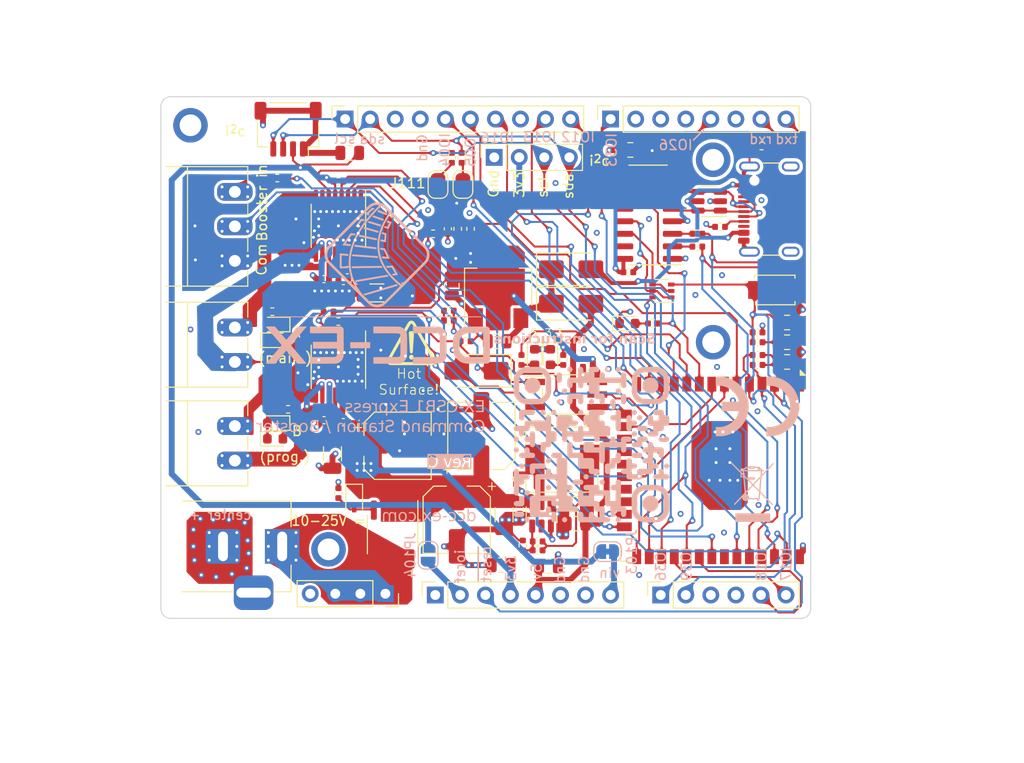
<source format=kicad_pcb>
(kicad_pcb (version 20241229) (generator "pcbnew") (generator_version "9.0")
  (layers (0 "F.Cu" mixed) (4 "In1.Cu" power) (6 "In2.Cu" power) (2 "B.Cu" mixed) (13 "F.Paste" user) (15 "B.Paste" user) (5 "F.SilkS" user "F.Silkscreen") (7 "B.SilkS" user "B.Silkscreen") (1 "F.Mask" user) (3 "B.Mask" user) (25 "Edge.Cuts" user))
  (net 0 "")
  (net 1 "GND")
  (net 2 "VM")
  (net 3 "/out1a")
  (net 4 "/out1b")
  (net 5 "/out2a")
  (net 6 "/out2b")
  (net 7 "/a0")
  (net 8 "/a1")
  (net 9 "/sda")
  (net 10 "/scl")
  (net 11 "/a2")
  (net 12 "/a3")
  (net 13 "/a4")
  (net 14 "/a5")
  (net 15 "+5V")
  (net 16 "/d2")
  (net 17 "/d3")
  (net 18 "/d4")
  (net 19 "/d5")
  (net 20 "/d6")
  (net 21 "/d7")
  (net 22 "/d10")
  (net 23 "/d11")
  (net 24 "/Power/sw")
  (net 25 "/Power/bst")
  (net 26 "/Power/fn")
  (net 27 "/Power/gate")
  (net 28 "/d12")
  (net 29 "/d13")
  (net 30 "/vcpa")
  (net 31 "/vcpb")
  (net 32 "/cpla")
  (net 33 "/cpha")
  (net 34 "/cplb")
  (net 35 "/cphb")
  (net 36 "/sen_a")
  (net 37 "/sen_b")
  (net 38 "/fault_n_a")
  (net 39 "/fault_n_b")
  (net 40 "/en{slash}in1a")
  (net 41 "/en{slash}in1b")
  (net 42 "/ph{slash}in2b")
  (net 43 "/nSleepa")
  (net 44 "/nSleepb")
  (net 45 "+3V3")
  (net 46 "Net-(D103-K)")
  (net 48 "/reset_n")
  (net 56 "VBUS")
  (net 57 "/cc1")
  (net 58 "/usb_d+")
  (net 59 "/usb_d-")
  (net 60 "/cc2")
  (net 61 "/aref")
  (net 62 "/USB_RX")
  (net 63 "/USB_TX")
  (net 64 "/DTR")
  (net 65 "/RTS")
  (net 66 "/Power/v_conn")
  (net 67 "/txd")
  (net 68 "/rxd")
  (net 69 "/brake_d")
  (net 70 "/brake_c")
  (net 71 "/IO0_boot_option")
  (net 72 "/Power/+5V_vreg")
  (net 73 "/Railsync_in")
  (net 74 "Net-(D202-A)")
  (net 75 "Net-(JP101-B)")
  (net 76 "/opto_anode")
  (net 77 "Net-(D105-A)")
  (net 88 "Net-(D205-A)")
  (net 89 "Net-(D101-K)")
  (net 90 "Net-(JP102-B)")
  (net 91 "/Booster-C")
  (net 92 "/Booster-D")
  (net 93 "/io_ref")
  (net 94 "/vin_pin")
  (footprint "0_my:SW_SPST_TS-1088-AR02016" (layer "F.Cu") (at 126.3 78.2)
    (property "Reference" "SW101" (hide yes))
    (property "Value" "Switch")
  )
  (footprint "Capacitor_SMD:C_0805_2012Metric" (layer "F.Cu") (at 83.15 64.3 180)
    (property "Reference" "C115" (hide yes))
    (property "Value" "47u")
  )
  (footprint "0_my_capacitors:C_1005_(0402)" (layer "F.Cu") (at 107.3 86)
    (property "Reference" "C118" (hide yes))
    (property "Value" "2u2")
  )
  (footprint "0_my:R_1005_(0402)" (layer "F.Cu") (at 118.4 72.5)
    (property "Reference" "R121" (hide yes))
    (property "Value" "470R")
  )
  (footprint "Connector_PinSocket_2.54mm:PinSocket_1x04_P2.54mm_Vertical" (layer "F.Cu") (at 97.8 64.75 90)
    (property "Reference" "J111")
    (property "Value" "Conn_01x04_f")
  )
  (footprint "0_my_capacitors:C_1005_(0402)" (layer "F.Cu") (at 82.5 77.3 180)
    (property "Reference" "C108" (hide yes))
    (property "Value" "100n")
  )
  (footprint "0_my_capacitors:C_1005_(0402)" (layer "F.Cu") (at 100.015 97.375 90)
    (property "Reference" "C204" (hide yes))
    (property "Value" "100n")
  )
  (footprint "MountingHole:MountingHole_2.2mm_M2_ISO7380_Pad" (layer "F.Cu") (at 120 65)
    (property "Reference" "H103" (hide yes))
    (property "Value" "MountingHole")
  )
  (footprint "Package_SO:SO-5_4.4x3.6mm_P1.27mm" (layer "F.Cu") (at 105.1 88.8)
    (property "Reference" "U104" (hide yes))
    (property "Value" "TLP2361")
  )
  (footprint "0_my:R_1005_(0402)" (layer "F.Cu") (at 124.5 85.799997 180)
    (property "Reference" "R116" (hide yes))
    (property "Value" "22k")
  )
  (footprint "0_my:PhoenixContact_MC_1,5_2-G-3.5_1x02_P3.50mm_Horizontal_edited" (layer "F.Cu") (at 71.5 93.75 -90)
    (property "Reference" "J103" (hide yes))
    (property "Value" "MC 1,5/ 2-G-3,5")
  )
  (footprint "0_my:SolderJumper-2_P1.3mm_Bridged" (layer "F.Cu") (at 94.625 67.5 90)
    (property "Reference" "JP101" (hide yes))
    (property "Value" "Jumper_2")
  )
  (footprint "Capacitor_SMD:C_0805_2012Metric" (layer "F.Cu") (at 111.6 64 180)
    (property "Reference" "C114" (hide yes))
    (property "Value" "47u")
  )
  (footprint "Capacitor_SMD:C_0805_2012Metric" (layer "F.Cu") (at 127.5 85.500003)
    (property "Reference" "C101" (hide yes))
    (property "Value" "47u")
  )
  (footprint "0_my_capacitors:C_1005_(0402)" (layer "F.Cu") (at 82.9 90.5 180)
    (property "Reference" "C110" (hide yes))
    (property "Value" "22n VM")
  )
  (footprint "Connector_PinSocket_2.54mm:PinSocket_1x08_P2.54mm_Vertical" (layer "F.Cu") (at 91.825 109.13 90)
    (property "Reference" "J108" (hide yes))
    (property "Value" "Conn_01x08_f")
  )
  (footprint "0_my_capacitors:C_1005_(0402)" (layer "F.Cu") (at 102.2 104.6)
    (property "Reference" "C209" (hide yes))
    (property "Value" "56p")
  )
  (footprint "LED_SMD:LED_0603_1608Metric" (layer "F.Cu") (at 75.5875 93.299999)
    (property "Reference" "D104" (hide yes))
    (property "Value" "0603_LED_Yellow")
  )
  (footprint "MountingHole:MountingHole_2.2mm_M2_ISO7380_Pad" (layer "F.Cu") (at 120 83.5)
    (property "Reference" "H104" (hide yes))
    (property "Value" "MountingHole")
  )
  (footprint "0_my:R_1005_(0402)" (layer "F.Cu") (at 120.7 71.8 180)
    (property "Reference" "R119" (hide yes))
    (property "Value" "5k1")
  )
  (footprint "0_my:R_1005_(0402)" (layer "F.Cu") (at 102.2 103.7 180)
    (property "Reference" "R202" (hide yes))
    (property "Value" "100k")
  )
  (footprint "Capacitor_SMD:C_0805_2012Metric" (layer "F.Cu") (at 106.100001 99.9 180)
    (property "Reference" "C207" (hide yes))
    (property "Value" "47u")
  )
  (footprint "0_my:R_1005_(0402)" (layer "F.Cu") (at 82 98.8 90)
    (property "Reference" "R201" (hide yes))
    (property "Value" "100k")
  )
  (footprint "0_my:R_1005_(0402)" (layer "F.Cu") (at 104.8 85.3 -90)
    (property "Reference" "R205" (hide yes))
    (property "Value" "5k1")
  )
  (footprint "Capacitor_SMD:CP_Elec_6.3x7.7" (layer "F.Cu") (at 94 101.5 -90)
    (property "Reference" "C203" (hide yes))
    (property "Value" "100u VM")
  )
  (footprint "0_my_capacitors:C_1005_(0402)" (layer "F.Cu") (at 82.9 76.2 180)
    (property "Reference" "C111" (hide yes))
    (property "Value" "22n VM")
  )
  (footprint "0_my:R_1005_(0402)" (layer "F.Cu") (at 100.7 104.1 90)
    (property "Reference" "R203" (hide yes))
    (property "Value" "13k3")
  )
  (footprint "0_my_capacitors:C_1005_(0402)" (layer "F.Cu") (at 82.5 91.6 180)
    (property "Reference" "C107" (hide yes))
    (property "Value" "100n")
  )
  (footprint "Connector_USB:USB_C_Receptacle_GCT_USB4105-xx-A_16P_TopMnt_Horizontal" (layer "F.Cu") (at 126.79 70 90)
    (property "Reference" "J114" (hide yes))
    (property "Value" "USB_C_Receptacle_USB2.0")
  )
  (footprint "0_my:R_1005_(0402)" (layer "F.Cu") (at 94.9 83.4)
    (property "Reference" "R109" (hide yes))
    (property "Value" "100k")
  )
  (footprint "0_my:R_1005_(0402)" (layer "F.Cu") (at 94.1 72 -90)
    (property "Reference" "R111" (hide yes))
    (property "Value" "1k")
  )
  (footprint "Connector_PinSocket_2.54mm:PinSocket_1x10_P2.54mm_Vertical" (layer "F.Cu") (at 82.685 60.87 90)
    (property "Reference" "J107" (hide yes))
    (property "Value" "Conn_01x10_f")
  )
  (footprint "Capacitor_SMD:C_1206_3216Metric" (layer "F.Cu") (at 85.9 78.5)
    (property "Reference" "C105" (hide yes))
    (property "Value" "10u VM")
  )
  (footprint "Package_TO_SOT_SMD:SOT-23-6" (layer "F.Cu") (at 102.6 101 -90)
    (property "Reference" "U201" (hide yes))
    (property "Value" "TPS54302")
  )
  (footprint "Capacitor_SMD:C_0805_2012Metric" (layer "F.Cu") (at 93.5 77.8 -90)
    (property "Reference" "C211" (hide yes))
    (property "Value" "47u")
  )
  (footprint "Package_TO_SOT_SMD:SOT-363_SC-70-6" (layer "F.Cu") (at 114.8 78.3 180)
    (property "Reference" "Q101" (hide yes))
    (property "Value" "UMH3N")
  )
  (footprint "LED_SMD:LED_0603_1608Metric" (layer "F.Cu") (at 103.5 85 -90)
    (property "Reference" "D205" (hide yes))
    (property "Value" "0603_LED_Green")
  )
  (footprint "0_my:R_1005_(0402)" (layer "F.Cu") (at 124.5 83.5 180)
    (property "Reference" "R103" (hide yes))
    (property "Value" "13k3")
  )
  (footprint "0_my:R_1005_(0402)" (layer "F.Cu") (at 81 80.4 180)
    (property "Reference" "R106" (hide yes))
    (property "Value" "22k")
  )
  (footprint "Capacitor_SMD:C_0805_2012Metric" (layer "F.Cu") (at 98.1 83.4 180)
    (property "Reference" "C210" (hide yes))
    (property "Value" "47u")
  )
  (footprint "0_my:HTSSOP-16-1EP_4.4x5mm_P0.65mm_EP3.4x5mm_Mask2.46_HiAmp" (layer "F.Cu") (at 82 86 -90)
    (property "Reference" "U101" (hide yes))
    (property "Value" "DRV8874PWPR")
  )
  (footprint "0_my:R_1005_(0402)" (layer "F.Cu") (at 124.5 84.8 180)
    (property "Reference" "R117" (hide yes))
    (property "Value" "22k")
  )
  (footprint "Diode_SMD:D_SMA" (layer "F.Cu") (at 96 86.4 180)
    (property "Reference" "D106" (hide yes))
    (property "Value" "D_Schottky")
  )
  (footprint "0_my:R_1005_(0402)" (layer "F.Cu") (at 124.9 63.6)
    (property "Reference" "R118" (hide yes))
    (property "Value" "5k1")
  )
  (footprint "Capacitor_SMD:C_1206_3216Metric" (layer "F.Cu") (at 98.800001 101 -90)
    (property "Reference" "C205" (hide yes))
    (property "Value" "10u VM")
  )
  (footprint "LED_SMD:LED_0603_1608Metric" (layer "F.Cu") (at 101.9 85 -90)
    (property "Reference" "D202" (hide yes))
    (property "Value" "0603_LED_Green")
  )
  (footprint "LED_SMD:LED_0603_1608Metric" (layer "F.Cu") (at 111.3 81.6)
    (property "Reference" "D105" (hide yes))
    (property "Value" "0603_LED_Blue")
  )
  (footprint "0_my:R_1005_(0402)" (layer "F.Cu") (at 75.3 80.4)
    (property "Reference" "R101" (hide yes))
    (property "Value" "22k")
  )
  (footprint "LED_SMD:LED_0603_1608Metric" (layer "F.Cu") (at 75.5875 91.700001 180)
    (property "Reference" "D103" (hide yes))
    (property "Value" "0603_LED_Yellow")
  )
  (footprint "0_my:R_1005_(0402)" (layer "F.Cu") (at 100.565001 85.305 -90)
    (property "Reference" "R204" (hide yes))
    (property "Value" "13k3")
  )
  (footprint "0_my:PhoenixContact_MC_1,5_2-G-3.5_1x02_P3.50mm_Horizontal_edited" (layer "F.Cu") (at 71.5 83.75 -90)
    (property "Reference" "J101" (hide yes))
    (property "Value" "MC 1,5/ 2-G-3,5")
  )
  (footprint "Capacitor_SMD:C_0805_2012Metric" (layer "F.Cu") (at 98.5 106.1 180)
    (property "Reference" "C117" (hide yes))
    (property "Value" "47u")
  )
  (footprint "MountingHole:MountingHole_2.2mm_M2_ISO7380_Pad" (layer "F.Cu") (at 67 61.5)
    (property "Reference" "H101" (hide yes))
    (property "Value" "MountingHole")
  )
  (footprint "Package_SO:SOIC-16_3.9x9.9mm_P1.27mm" (layer "F.Cu") (at 113.4 70.6 180)
    (property "Reference" "U106" (hide yes))
    (property "Value" "CH340C")
  )
  (footprint "Capacitor_SMD:C_1206_3216Metric" (layer "F.Cu") (at 81.4 94.8 -90)
    (property "Reference" "C103" (hide yes))
    (property "Value" "10u VM")
  )
  (footprint "0_my_capacitors:C_1005_(0402)" (layer "F.Cu") (at 93.1 72 -90)
    (property "Reference" "C113" (hide yes))
    (property "Value" "22n")
  )
  (footprint "MountingHole:MountingHole_2.2mm_M2_ISO7380_Pad" (layer "F.Cu") (at 81 104.5)
    (property "Reference" "H102" (hide yes))
    (property "Value" "MountingHole")
  )
  (footprint "Connector_PinSocket_2.54mm:PinSocket_1x08_P2.54mm_Vertical" (layer "F.Cu") (at 109.605 60.87 90)
    (property "Reference" "J113" (hide yes))
    (property "Value" "Conn_01x08_f")
  )
  (footprint "LED_SMD:LED_0603_1608Metric" (layer "F.Cu") (at 75.6 83.299999)
    (property "Reference" "D101" (hide yes))
    (property "Value" "0603_LED_Yellow")
  )
  (footprint "0_my:R_1005_(0402)" (layer "F.Cu") (at 118.4 73.8)
    (property "Reference" "R120" (hide yes))
    (property "Value" "470R")
  )
  (footprint "custom_footprints:danger-5mm" (layer "F.Cu") (at 89.4 83.56)
    (property "Reference" "REF**" (hide yes))
    (property "Value" "LOGO" (hide yes))
  )
  (footprint "Capacitor_SMD:C_0805_2012Metric" (layer "F.Cu") (at 127.5 83.500003)
    (property "Reference" "C102" (hide yes))
    (property "Value" "47u")
  )
  (footprint "0_my:R_1005_(0402)" (layer "F.Cu") (at 91.6 72.5)
    (property "Reference" "R104" (hide yes))
    (property "Value" "100k")
  )
  (footprint "0_my_capacitors:C_1005_(0402)" (layer "F.Cu") (at 111.4 76.4)
    (property "Reference" "C120" (hide yes))
    (property "Value" "2u2")
  )
  (footprint "Connector_PinSocket_2.54mm:PinSocket_1x04_P2.54mm_Vertical" (layer "F.Cu") (at 86.765 109 -90)
    (property "Reference" "J204" (hide yes))
    (property "Value" "Conn_01x04_f")
  )
  (footprint "Capacitor_SMD:CP_Elec_6.3x7.7" (layer "F.Cu") (at 88 94)
    (property "Reference" "C201" (hide yes))
    (property "Value" "100u VM")
  )
  (footprint "0_my:R_1005_(0402)" (layer "F.Cu") (at 93.2 80.3)
    (property "Reference" "R110" (hide yes))
    (property "Value" "1k")
  )
  (footprint "Connector_Phoenix_MC:PhoenixContact_MC_1,5_3-G-3.5_1x03_P3.50mm_Horizontal" (layer "F.Cu") (at 71.5 68.25 -90)
    (property "Reference" "J110" (hide yes))
    (property "Value" "MC 1,5/ 3-G-3,5")
  )
  (footprint "0_my:R_1005_(0402)" (layer "F.Cu") (at 75.8 66.85)
    (property "Reference" "R115" (hide yes))
    (property "Value" "1k")
  )
  (footprint "Diode_SMD:D_SMA" (layer "F.Cu") (at 105.6 76.1)
    (property "Reference" "D204" (hide yes))
    (property "Value" "D_Schottky")
  )
  (footprint "Diode_SMD:D_SMA" (layer "F.Cu") (at 105.6 79.6)
    (property "Reference" "D203" (hide yes))
    (property "Value" "D_Schottky")
  )
  (footprint "Connector_PinSocket_2.54mm:PinSocket_1x06_P2.54mm_Vertical" (layer "F.Cu") (at 114.685 109.13 90)
    (property "Reference" "J112" (hide yes))
    (property "Value" "Conn_01x06_f")
  )
  (footprint "Connector_JST:JST_SH_SM04B-SRSS-TB_1x04-1MP_P1.00mm_Horizontal" (layer "F.Cu") (at 76.9 61.9 180)
    (property "Reference" "J105" (hide yes))
    (property "Value" "STEMMA QT")
  )
  (footprint "0_my:L_7.1x6.6_H3_SLO0630H" (layer "F.Cu") (at 104.7 95.4)
    (property "Reference" "L201" (hide yes))
    (property "Value" "15uH")
  )
  (footprint "Diode_SMD:D_SOD-323" (layer "F.Cu") (at 83.600001 99.399999 -90)
    (property "Reference" "D201" (hide yes))
    (property "Value" "10V")
  )
  (footprint "Package_TO_SOT_SMD:SOT-223-3_TabPin2" (layer "F.Cu") (at 98.2 77.9 90)
    (property "Reference" "U202" (hide yes))
    (property "Value" "AMS1117-3.3")
  )
  (footprint "0_my:R_1005_(0402)" (layer "F.Cu") (at 82 67.2)
    (property "Reference" "R107" (hide yes))
    (property "Value" "100k")
  )
  (footprint "0_my_capacitors:C_1005_(0402)" (layer "F.Cu") (at 100.4 100.4 -90)
    (property "Reference" "C206" (hide yes))
    (property "Value" "100n VM")
  )
  (footprint "0_my_capacitors:C_1005_(0402)" (layer "F.Cu") (at 124.5 82.500003)
    (property "Reference" "C109" (hide yes))
    (property "Value" "2u2")
  )
  (footprint "0_my:SolderJumper-2_P1.3mm_Bridged" (layer "F.Cu") (at 92.1 67.5 90)
    (property "Reference" "JP102" (hide yes))
    (property "Value" "Jumper_2")
  )
  (footprint "Capacitor_SMD:C_0805_2012Metric" (layer "F.Cu") (at 106.100001 101.899999 180)
    (property "Reference" "C208" (hide yes))
    (property "Value" "47u")
  )
  (footprint "LED_SMD:LED_0603_1608Metric" (layer "F.Cu") (at 75.6 81.700001 180)
    (property "Reference" "D102" (hide yes))
    (property "Value" "0603_LED_Yellow")
  )
  (footprint "0_my:R_1005_(0402)" (layer "F.Cu") (at 113.9 81.6 180)
    (property "Reference" "R112" (hide yes))
    (property "Value" "3k3")
  )
  (footprint "0_my:R_1005_(0402)" (layer "F.Cu") (at 95.4 72 90)
    (property "Reference" "R108" (hide yes))
    (property "Value" "22k")
  )
  (footprint "0_my_capacitors:C_1005_(0402)" (layer "F.Cu") (at 80.54 77.1 180)
    (property "Reference" "C106" (hide yes))
    (property "Value" "100n VM")
  )
  (footprint "Capacitor_SMD:C_0805_2012Metric" (layer "F.Cu") (at 103.3 106.2)
    (property "Reference" "C116" (hide yes))
    (property "Value" "47u")
  )
  (footprint "0_my_capacitors:C_1005_(0402)" (layer "F.Cu") (at 93.2 81.299998)
    (property "Reference" "C112" (hide yes))
    (property "Value" "22n")
  )
  (footprint "0_my:R_1005_(0402)" (layer "F.Cu") (at 93.5 64.8 90)
    (property "Reference" "R114" (hide yes))
    (property "Value" "5k1")
  )
  (footprint "0_my:BarrelJack_2.1mm" (layer "F.Cu") (at 76.3 104.2)
    (property "Reference" "J201" (hide yes))
    (property "Value" "Barrel_Jack_MountingPin")
  )
  (footprint "0_my:HTSSOP-16-1EP_4.4x5mm_P0.65mm_EP3.4x5mm_Mask2.46_HiAmp" (layer "F.Cu") (at 82 71.7 -90)
    (property "Reference" "U102" (hide yes))
    (property "Value" "DRV8874PWPR")
  )
  (footprint "0_my:R_1005_(0402)" (layer "F.Cu") (at 82 81.4)
    (property "Reference" "R105" (hide yes))
    (property "Value" "100k")
  )
  (footprint "0_my:R_1005_(0402)" (layer "F.Cu") (at 94.5 64.8 90)
    (property "Reference" "R113" (hide yes))
    (property "Value" "5k1")
  )
  (footprint "Capacitor_SMD:CP_Elec_6.3x7.7" (layer "F.Cu") (at 96.5 93 90)
    (property "Reference" "C202" (hide yes))
    (property "Value" "100u VM")
  )
  (footprint "0_my:R_1005_(0402)" (layer "F.Cu") (at 76.9 90.3)
    (property "Reference" "R102" (hide yes))
    (property "Value" "22k")
  )
  (footprint "Package_SO:SOIC-8_3.9x4.9mm_P1.27mm" (layer "F.Cu") (at 87.5 103 -90)
    (property "Reference" "Q201" (hide yes))
    (property "Value" "AO4407C")
  )
  (footprint "RF_Module:ESP32-WROOM-32E" (layer "F.Cu") (at 123.5 96.499 -90)
    (property "Reference" "U103" (hide yes))
    (property "Value" "ESP32-WROOM-32E")
  )
  (footprint "Capacitor_SMD:C_0805_2012Metric" (layer "F.Cu") (at 127.5 81.5)
    (property "Reference" "C121" (hide yes))
    (property "Value" "10u")
  )
  (footprint "0_my_capacitors:C_1005_(0402)" (layer "F.Cu") (at 80.54 91.4 180)
    (property "Reference" "C104" (hide yes))
    (property "Value" "100n VM")
  )
  (footprint "Package_TO_SOT_SMD:SOT-23-6" (layer "F.Cu") (at 119.6 69.2 180)
    (property "Reference" "U105" (hide yes))
    (property "Value" "USBLC6-2SC6")
  )
  (footprint "Symbol:CE-Logo_8.5x6mm_SilkScreen" (layer "B.Cu") (at 124.5 90 180)
    (property "Reference" "REF**" (hide yes))
    (property "Value" "CE-Logo_8.5x6mm_SilkScreen" (hide yes))
  )
  (footprint "Symbol:WEEE-Logo_4.2x6mm_SilkScreen" (layer "B.Cu") (at 124 98.7 180)
    (property "Reference" "REF**" (hide yes))
    (property "Value" "WEEE-Logo_4.2x6mm_SilkScreen" (hide yes))
  )
  (footprint "Jumper:SolderJumper-2_P1.3mm_Open_RoundedPad1.0x1.5mm" (layer "B.Cu") (at 91.1 105.1 -90)
    (property "Reference" "JP104")
    (property "Value" "Jumper_2")
  )
  (footprint "qr_codes:EX_CSB1_QR_Code_17mm" (layer "B.Cu") (at 107.66 93.88 180)
    (property "Reference" "G***" (hide yes))
    (property "Value" "LOGO" (hide yes))
  )
  (footprint "Jumper:SolderJumper-2_P1.3mm_Bridged_RoundedPad1.0x1.5mm" (layer "B.Cu") (at 109.3 104.73)
    (property "Reference" "JP103")
    (property "Value" "Jumper_2")
  )
  (footprint "_my:DCC-EX-30mm" (layer "B.Cu") (at 85.96615 78.742162 180)
    (property "Reference" "G***" (hide yes))
    (property "Value" "LOGO" (hide yes))
  )
  (gr_line (start 119 62) (end 118 63) (stroke (width 0.15)) (layer "B.SilkS"))
  (gr_arc (start 128.9 58.6) (mid 129.607107 58.892893) (end 129.9 59.6) (stroke (width 0.1)) (layer "Edge.Cuts"))
  (gr_arc (start 65 111.5) (mid 64.292893 111.207107) (end 64 110.5) (stroke (width 0.1)) (layer "Edge.Cuts"))
  (gr_arc (start 129.9 110.5) (mid 129.607107 111.207107) (end 128.9 111.5) (stroke (width 0.1)) (layer "Edge.Cuts"))
  (gr_line (start 64 59.6) (end 64 110.5) (stroke (width 0.1)) (layer "Edge.Cuts"))
  (gr_arc (start 64 59.6) (mid 64.292893 58.892893) (end 65 58.6) (stroke (width 0.1)) (layer "Edge.Cuts"))
  (gr_line (start 129.9 110.5) (end 129.9 59.6) (stroke (width 0.1)) (layer "Edge.Cuts"))
  (gr_line (start 128.9 58.6) (end 65 58.6) (stroke (width 0.1)) (layer "Edge.Cuts"))
  (gr_line (start 65 111.5) (end 128.9 111.5) (stroke (width 0.1)) (layer "Edge.Cuts"))
  (gr_text "Hot\nSurface!" (at 89.146 88.894 0) (layer "F.SilkS") (effects (font (size 1 1) (thickness 0.1)) (justify bottom)))
  (gr_text "+" (at 96.877782 98.622219 0) (layer "F.SilkS") (effects (font (size 1 1) (thickness 0.1)) (justify left bottom)))
  (gr_text "Com" (at 74.79 76.84 90) (layer "F.SilkS") (effects (font (size 1 1)) (justify left bottom)))
  (gr_text "+" (at 92.325 96.95 0) (layer "F.SilkS") (effects (font (size 1 1) (thickness 0.1)) (justify left bottom)))
  (gr_text "5" (at 101.3888 83.0266 0) (layer "F.SilkS") (effects (font (size 0.8 0.8) (thickness 0.1)) (justify left bottom)))
  (gr_text "Gnd" (at 97.73 67.43 90) (layer "F.SilkS") (effects (font (size 1 1))))
  (gr_text "A" (at 77.2 82.5 0) (layer "F.SilkS") (effects (font (size 1 1)) (justify left)))
  (gr_text "i^{2}c" (at 71.55 62.1 0) (layer "F.SilkS") (effects (font (size 1 1))))
  (gr_text "(prog.)" (at 73.9 95.1 0) (layer "F.SilkS") (effects (font (size 1 1)) (justify left)))
  (gr_text "3.3" (at 102.8366 83.0266 0) (layer "F.SilkS") (effects (font (size 0.8 0.8) (thickness 0.1)) (justify left bottom)))
  (gr_text "Booster in" (at 74.26 69.36 90) (layer "F.SilkS") (effects (font (size 1 1))))
  (gr_text "sda" (at 105.31 67.67 90) (layer "F.SilkS") (effects (font (size 1 1))))
  (gr_text "3v3" (at 100.34 67.52 90) (layer "F.SilkS") (effects (font (size 1 1))))
  (gr_text "(main.)" (at 73.8 85.1 0) (layer "F.SilkS") (effects (font (size 1 1)) (justify left)))
  (gr_text "B" (at 77.2 92.5 0) (layer "F.SilkS") (effects (font (size 1 1)) (justify left)))
  (gr_text "i^{2}c" (at 108.47 65.1 0) (layer "F.SilkS") (effects (font (size 1 1))))
  (gr_text "scl" (at 102.71 67.75 90) (layer "F.SilkS") (effects (font (size 1 1))))
  (gr_text "10-25V =" (at 81 101.6 0) (layer "F.SilkS") (effects (font (size 1 0.95))))
  (gr_text "IO05" (at 95.4 64 90) (layer "B.SilkS") (effects (font (size 1 1)) (justify mirror)))
  (gr_text "sda" (at 85.43 62.9 0) (layer "B.SilkS") (effects (font (size 1 1)) (justify mirror)))
  (gr_text "EX-CSB1 Express\nCommand Station / Booster\n" (at 96.9 91.1 0) (layer "B.SilkS") (effects (font (size 1.2 1.2)) (justify left mirror)))
  (gr_text "Gnd" (at 106.9 106.56 90) (layer "B.SilkS") (effects (font (size 1 1)) (justify mirror)))
  (gr_text "5v" (at 102.1 106.79 90) (layer "B.SilkS") (effects (font (size 1 1)) (justify mirror)))
  (gr_text "Gnd" (at 104.47 106.56 90) (layer "B.SilkS") (effects (font (size 1 1)) (justify mirror)))
  (gr_text "IO04" (at 92.8 64 90) (layer "B.SilkS") (effects (font (size 1 1)) (justify mirror)))
  (gr_text "ioref" (at 94.34 106.23 90) (layer "B.SilkS") (effects (font (size 1 1)) (justify mirror)))
  (gr_text "IO12" (at 106.3 62.7 0) (layer "B.SilkS") (effects (font (size 1 1)) (justify mirror)))
  (gr_text "IO16" (at 98.11 62.77 0) (layer "B.SilkS") (effects (font (size 1 1)) (justify mirror)))
  (gr_text "Rev C" (at 95.5 95.7 0) (layer "B.SilkS" knockout) (effects (font (size 1.2 1.1)) (justify left mirror)))
  (gr_text "Scan for instructions" (at 114.18 83.8 0) (layer "B.SilkS") (effects (font (size 1 1) (thickness 0.24) (bold yes)) (justify left bottom mirror)))
  (gr_text "vin" (at 109.5 106.88 0) (layer "B.SilkS") (effects (font (size 1 1)) (justify mirror)))
  (gr_text "IO33" (at 109.7 64 90) (layer "B.SilkS") (effects (font (size 1 1)) (justify mirror)))
  (gr_text "IO39" (at 117.3 106 90) (layer "B.SilkS") (effects (font (size 1 1)) (justify mirror)))
  (gr_text "center +" (at 70 101 0) (layer "B.SilkS") (effects (font (size 1 0.95)) (justify mirror)))
  (gr_text "IO18" (at 124.9 106 90) (layer "B.SilkS") (effects (font (size 1 1)) (justify mirror)))
  (gr_text "3v3" (at 99.5 106.45 90) (layer "B.SilkS") (effects (font (size 1 1)) (justify mirror)))
  (gr_text "scl" (at 82.65 62.86 0) (layer "B.SilkS") (effects (font (size 1 1)) (justify mirror)))
  (gr_text "Gnd" (at 90.5 63.8 90) (layer "B.SilkS") (effects (font (size 1 1)) (justify mirror)))
  (gr_text "rxd" (at 124.83 62.9 0) (layer "B.SilkS") (effects (font (size 1 1)) (justify mirror)))
  (gr_text "dcc-ex.com" (at 96.004 101.848 0) (layer "B.SilkS") (effects (font (size 1.2 1.2) (thickness 0.1)) (justify left bottom mirror)))
  (gr_text "IO17" (at 127.4 106 90) (layer "B.SilkS") (effects (font (size 1 1)) (justify mirror)))
  (gr_text "txd" (at 127.45 62.9 0) (layer "B.SilkS") (effects (font (size 1 1)) (justify mirror)))
  (gr_text "IO36" (at 114.7 106 90) (layer "B.SilkS") (effects (font (size 1 1)) (justify mirror)))
  (gr_text "~{reset}" (at 97 106 90) (layer "B.SilkS") (effects (font (size 1 1)) (justify mirror)))
  (gr_text "IO26" (at 116.2 63.5 0) (layer "B.SilkS") (effects (font (size 1 1)) (justify mirror)))
  (gr_text "IO13" (at 102.4 62.7 0) (layer "B.SilkS") (effects (font (size 1 1)) (justify mirror)))
  (segment (start 110.3 90.1) (end 110.99 90.79) (width 0.6) (layer "F.Cu") (net 1))
  (segment (start 94.1 72.5) (end 93.1 72.5) (width 0.2) (layer "F.Cu") (net 1))
  (segment (start 125 82.500003) (end 125 81.8) (width 0.2) (layer "F.Cu") (net 1))
  (segment (start 111.9 76.3) (end 112.5 75.7) (width 0.4) (layer "F.Cu") (net 1))
  (segment (start 110.630001 64.02) (end 110.650001 64) (width 0.6) (layer "F.Cu") (net 1))
  (segment (start 93.1 72.5) (end 92.1 72.5) (width 0.2) (layer "F.Cu") (net 1))
  (segment (start 94 104.2) (end 92.7 104.2) (width 0.6) (layer "F.Cu") (net 1))
  (segment (start 128.75 105.05) (end 129.1 104.7) (width 0.6) (layer "F.Cu") (net 1))
  (segment (start 120.7375 69.2) (end 119.7 69.2) (width 0.4) (layer "F.Cu") (net 1))
  (segment (start 128.45 78.275) (end 128.375 78.2) (width 0.6) (layer "F.Cu") (net 1))
  (segment (start 79.7 62.6) (end 78.4 63.9) (width 0.6) (layer "F.Cu") (net 1))
  (segment (start 95.2 106.1) (end 95.9 106.1) (width 0.6) (layer "F.Cu") (net 1))
  (segment (start 93.7 81.299998) (end 93.7 80.3) (width 0.2) (layer "F.Cu") (net 1))
  (segment (start 79.7 60.025) (end 79.7 62.6) (width 0.6) (layer "F.Cu") (net 1))
  (segment (start 95.9 80.9) (end 94.6 79.6) (width 0.6) (layer "F.Cu") (net 1))
  (segment (start 89.9 94) (end 88.7 92.8) (width 0.6) (layer "F.Cu") (net 1))
  (segment (start 120.2 71.8) (end 119.6 71.8) (width 0.2) (layer "F.Cu") (net 1))
  (segment (start 115.875 75.045) (end 117.155 75.045) (width 0.4) (layer "F.Cu") (net 1))
  (segment (start 95.6 83.4) (end 96.4 82.6) (width 0.2) (layer "F.Cu") (net 1))
  (segment (start 95.9 82.15) (end 96.35 82.6) (width 0.6) (layer "F.Cu") (net 1))
  (segment (start 94.6 79.6) (end 94.5 79.6) (width 0.6) (layer "F.Cu") (net 1))
  (segment (start 94 103.3) (end 94.825 102.475) (width 0.6) (layer "F.Cu") (net 1))
  (segment (start 103.5 84.2125) (end 102.7125 84.2125) (width 0.6) (layer "F.Cu") (net 1))
  (segment (start 123.11 66.255) (end 123.685 65.68) (width 0.4) (layer "F.Cu") (net 1))
  (segment (start 117.155 75.045) (end 117.2 75) (width 0.4) (layer "F.Cu") (net 1))
  (segment (start 100.3 103.6) (end 100.7 103.6) (width 0.2) (layer "F.Cu") (net 1))
  (segment (start 94 105) (end 95.1 106.1) (width 0.6) (layer "F.Cu") (net 1))
  (segment (start 123.11 73.745) (end 123.685 74.32) (width 0.4) (layer "F.Cu") (net 1))
  (segment (start 128.45 85.15) (end 129.1 84.5) (width 0.6) (layer "F.Cu") (net 1))
  (segment (start 81.4 96.275) (end 80.275 96.275) (width 0.6) (layer "F.Cu") (net 1))
  (segment (start 93.7 81.299998) (end 93.7 82.4) (width 0.2) (layer "F.Cu") (net 1))
  (segment (start 94.5 79.5) (end 93.75 78.75) (width 0.6) (layer "F.Cu") (net 1))
  (segment (start 96.4 82.65) (end 97.15 83.4) (width 0.6) (layer "F.Cu") (net 1))
  (segment (start 96.5 91.2) (end 95.4 92.3) (width 0.6) (layer "F.Cu") (net 1))
  (segment (start 123.685 65.68) (end 123.685 64.315) (width 0.2) (layer "F.Cu") (net 1))
  (segment (start 109.57 90.07) (end 109.6 90.1) (width 0.6) (layer "F.Cu") (net 1))
  (segment (start 74.1 60.025) (end 79.7 60.025) (width 0.6) (layer "F.Cu") (net 1))
  (segment (start 81.4 95.1) (end 81.7 94.8) (width 0.6) (layer "F.Cu") (net 1))
  (segment (start 99.175 102.475) (end 100.3 103.6) (width 0.2) (layer "F.Cu") (net 1))
  (segment (start 119.6 71.8) (end 119.3 71.5) (width 0.2) (layer "F.Cu") (net 1))
  (segment (start 106.8 86) (end 106.8 86.8) (width 0.6) (layer "F.Cu") (net 1))
  (segment (start 74.35 61.5) (end 74.35 60.275) (width 0.6) (layer "F.Cu") (net 1))
  (segment (start 95.9 106.1) (end 96.6 106.1) (width 0.6) (layer "F.Cu") (net 1))
  (segment (start 128.45 83.500003) (end 128.45 81.5) (width 0.6) (layer "F.Cu") (net 1))
  (segment (start 74.35 60.275) (end 74.1 60.025) (width 0.6) (layer "F.Cu") (net 1))
  (segment (start 80.04 91.4) (end 80.04 91.86) (width 0.6) (layer "F.Cu") (net 1))
  (segment (start 81.4 96.275) (end 81.4 95.1) (width 0.6) (layer "F.Cu") (net 1))
  (segment (start 129.1 80.2) (end 129.1 80.15) (width 0.6) (layer "F.Cu") (net 1))
  (segment (start 129.1 80.15) (end 128.45 79.5) (width 0.6) (layer "F.Cu") (net 1))
  (segment (start 80.04 91.86) (end 79.8 92.1) (width 0.6) (layer "F.Cu") (net 1))
  (segment (start 95.399999 83.4) (end 95.6 83.4) (width 0.2) (layer "F.Cu") (net 1))
  (segment (start 88.2 94.5) (end 90.2 94.5) (width 0.6) (layer "F.Cu") (net 1))
  (segment (start 101.9 84.2125) (end 102.6875 84.2125) (width 0.6) (layer "F.Cu") (net 1))
  (segment (start 128.45 80.6) (end 128.45 79.5) (width 0.6) (layer "F.Cu") (net 1))
  (segment (start 128.75 85.800003) (end 128.45 85.500003) (width 0.6) (layer "F.Cu") (net 1))
  (segment (start 88.7 92.8) (end 88.7 91.6) (width 0.6) (layer "F.Cu") (net 1))
  (segment (start 111.6 80.4) (end 110.8125 80.4) (width 0.2) (layer "F.Cu") (net 1))
  (segment (start 78.8 64.3) (end 78.4 63.9) (width 0.6) (layer "F.Cu") (net 1))
  (segment (start 95.9 81.05) (end 95.9 82.15) (width 0.6) (layer "F.Cu") (net 1))
  (segment (start 108.25 90.07) (end 109.57 90.07) (width 0.6) (layer "F.Cu") (net 1))
  (segment (start 96.35 82.6) (end 96.4 82.6) (width 0.6) (layer "F.Cu") (net 1))
  (segment (start 91.5 94) (end 92.7 92.8) (width 0.6) (layer "F.Cu") (net 1))
  (segment (start 109.45 64.02) (end 110.630001 64.02) (width 0.6) (layer "F.Cu") (net 1))
  (segment (start 128.45 79.5) (end 128.45 78.275) (width 0.6) (layer "F.Cu") (net 1))
  (segment (start 128.45 83.85) (end 129.1 84.5) (width 0.6) (layer "F.Cu") (net 1))
  (segment (start 123.11 66.8) (end 123.11 66.255) (width 0.4) (layer "F.Cu") (net 1))
  (segment (start 128.85 80.2) (end 128.45 80.6) (width 0.6) (layer "F.Cu") (net 1))
  (segment (start 128.75 87.75) (end 128.75 85.800003) (width 0.6) (layer "F.Cu") (net 1))
  (segment (start 129.1 80.2) (end 128.85 80.2) (width 0.6) (layer "F.Cu") (net 1))
  (segment (start 128.45 85.500003) (end 128.45 83.500003) (width 0.6) (layer "F.Cu") (net 1))
  (segment (start 109.63 90.07) (end 110.27 90.07) (width 0.6) (layer "F.Cu") (net 1))
  (segment (start 110.5125 80.7) (end 110.5125 81.6) (width 0.2) (layer "F.Cu") (net 1))
  (segment (start 104.25 106.2) (end 104.25 105.05) (width 0.6) (layer "F.Cu") (net 1))
  (segment (start 80.275 96.275) (end 80 96) (width 0.6) (layer "F.Cu") (net 1))
  (segment (start 94.5 79.6) (end 94.5 79.5) (width 0.6) (layer "F.Cu") (net 1))
  (segment (start 110.27 90.07) (end 110.3 90.1) (width 0.6) (layer "F.Cu") (net 1))
  (segment (start 80.04 77.1) (end 79.8 77.1) (width 0.6) (layer "F.Cu") (net 1))
  (segment (start 123.11 73.2) (end 123.11 73.745) (width 0.4) (layer "F.Cu") (net 1))
  (segment (start 96.4 82.6) (end 96.4 82.65) (width 0.6) (layer "F.Cu") (net 1))
  (segment (start 94.825 102.475) (end 98.800001 102.475) (width 0.6) (layer "F.Cu") (net 1))
  (segment (start 128.45 81.5) (end 128.45 80.6) (width 0.6) (layer "F.Cu") (net 1))
  (segment (start 96.5 91.2) (end 97.6 92.3) (width 0.6) (layer "F.Cu") (net 1))
  (segment (start 104.25 105.05) (end 104.3 105) (width 0.6) (layer "F.Cu") (net 1))
  (segment (start 82.200001 64.3) (end 78.8 64.3) (width 0.6) (layer "F.Cu") (net 1))
  (segment (start 123.685 64.315) (end 124.4 63.6) (width 0.2) (layer "F.Cu") (net 1))
  (segment (start 88.7 91.6) (end 88.7 91.3) (width 0.6) (layer "F.Cu") (net 1))
  (segment (start 102.6875 84.2125) (end 102.7 84.2) (width 0.6) (layer "F.Cu") (net 1))
  (segment (start 96.6 106.1) (end 97.55 106.1) (width 0.6) (layer "F.Cu") (net 1))
  (segment (start 93.1 72.5) (end 93.1 73.3) (width 0.2) (layer "F.Cu") (net 1))
  (segment (start 82 98.3) (end 82 97.668629) (width 0.3) (layer "F.Cu") (net 1))
  (segment (start 109.6 90.1) (end 109.63 90.07) (width 0.6) (layer "F.Cu") (net 1))
  (segment (start 92.1 90.3) (end 96.5 90.3) (width 0.6) (layer "F.Cu") (net 1))
  (segment (start 110.8125 80.4) (end 110.5125 80.7) (width 0.2) (layer "F.Cu") (net 1))
  (segment (start 88.7 91.3) (end 88.7 90.2) (width 0.6) (layer "F.Cu") (net 1))
  (segment (start 129.1 104.7) (end 129.1 104.1) (width 0.6) (layer "F.Cu") (net 1))
  (segment (start 95.1 106.1) (end 95.2 106.1) (width 0.6) (layer "F.Cu") (net 1))
  (segment (start 79.8 77.1) (end 79.4 76.7) (width 0.6) (layer "F.Cu") (net 1))
  (segment (start 102.7125 84.2125) (end 102.7 84.2) (width 0.6) (layer "F.Cu") (net 1))
  (via (at 77.7 71) (size 0.6) (drill 0.3) (layers "F.Cu" "B.Cu") (net 1))
  (via (at 95.2 106.1) (size 0.6) (drill 0.3) (layers "F.Cu" "B.Cu") (net 1))
  (via (at 91.1 70.1) (size 0.6) (drill 0.3) (layers "F.Cu" "B.Cu") (net 1))
  (via (at 120.9 76.7) (size 0.6) (drill 0.3) (layers "F.Cu" "B.Cu") (net 1))
  (via (at 100 101.5) (size 0.6) (drill 0.3) (layers "F.Cu" "B.Cu") (net 1))
  (via (at 104.02 67.36) (size 0.6) (drill 0.3) (layers "F.Cu" "B.Cu") (net 1))
  (via (at 109.6 90.1) (size 0.6) (drill 0.3) (layers "F.Cu" "B.Cu") (net 1))
  (via (at 88.2 94.5) (size 0.6) (drill 0.3) (layers "F.Cu" "B.Cu") (net 1))
  (via (at 69.3 101.5) (size 0.6) (drill 0.3) (layers "F.Cu" "B.Cu") (net 1))
  (via (at 88.7 92.8) (size 0.6) (drill 0.3) (layers "F.Cu" "B.Cu") (net 1))
  (via (at 124.9 69.1) (size 0.6) (drill 0.3) (layers "F.Cu" "B.Cu") (net 1))
  (via (at 121 92.6) (size 0.6) (drill 0.3) (layers "F.Cu" "B.Cu") (net 1))
  (via (at 104.2 100.2) (size 0.6) (drill 0.3) (layers "F.Cu" "B.Cu") (net 1))
  (via (at 81.7 94.8) (size 0.6) (drill 0.3) (layers "F.Cu" "B.Cu") (net 1))
  (via (at 96.4 82.6) (size 0.6) (drill 0.3) (layers "F.Cu" "B.Cu") (net 1))
  (via (at 103.5 100.9) (size 0.6) (drill 0.3) (layers "F.Cu" "B.Cu") (net 1))
  (via (at 67.3 102.5) (size 0.6) (drill 0.3) (layers "F.Cu" "B.Cu") (net 1))
  (via (at 92.7 92.8) (size 0.6) (drill 0.3) (layers "F.Cu" "B.Cu") (net 1))
  (via (at 104.4 103) (size 0.6) (drill 0.3) (layers "F.Cu" "B.Cu") (net 1))
  (via (at 106.8 86.8) (size 0.6) (drill 0.3) (layers "F.Cu" "B.Cu") (net 1))
  (via (at 114.9 93.1) (size 0.6) (drill 0.3) (layers "F.Cu" "B.Cu") (net 1))
  (via (at 105.1 103) (size 0.6) (drill 0.3) (layers "F.Cu" "B.Cu") (net 1))
  (via (at 120.3 94.3) (size 0.6) (drill 0.3) (layers "F.Cu" "B.Cu") (net 1))
  (via (at 112.5 107.1) (size 0.6) (drill 0.3) (layers "F.Cu" "B.Cu") (net 1))
  (via (at 88.7 91.6) (size 0.6) (drill 0.3) (layers "F.Cu" "B.Cu") (net 1))
  (via (at 111.6 80.4) (size 0.6) (drill 0.3) (layers "F.Cu" "B.Cu") (net 1))
  (via (at 120.3 95.7) (size 0.6) (drill 0.3) (layers "F.Cu" "B.Cu") (net 1))
  (via (at 110.3 90.1) (size 0.6) (drill 0.3) (layers "F.Cu" "B.Cu") (net 1))
  (via (at 121.7 95.7) (size 0.6) (drill 0.3) (layers "F.Cu" "B.Cu") (net 1))
  (via (at 104.6 89.6) (size 0.6) (drill 0.3) (layers "F.Cu" "B.Cu") (net 1))
  (via (at 129.1 84.5) (size 0.6) (drill 0.3) (layers "F.Cu" "B.Cu") (net 1))
  (via (at 72.9 104.9) (size 0.6) (drill 0.3) (layers "F.Cu" "B.Cu") (net 1))
  (via (at 86.3 78) (size 0.6) (drill 0.3) (layers "F.Cu" "B.Cu") (net 1))
  (via (at 93.7 82.4) (size 0.6) (drill 0.3) (layers "F.Cu" "B.Cu") (net 1))
  (via (at 96.6 106.1) (size 0.6) (drill 0.3) (layers "F.Cu" "B.Cu") (net 1))
  (via (at 129.1 104.1) (size 0.6) (drill 0.3) (layers "F.Cu" "B.Cu") (net 1))
  (via (at 78.5 73.4) (size 0.6) (drill 0.3) (layers "F.Cu" "B.Cu") (net 1))
  (via (at 120.2 92.6) (size 0.6) (drill 0.3) (layers "F.Cu" "B.Cu") (net 1))
  (via (at 129.1 80.2) (size 0.6) (drill 0.3) (layers "F.Cu" "B.Cu") (net 1))
  (via (at 97.6 92.3) (size 0.6) (drill 0.3) (layers "F.Cu" "B.Cu") (net 1))
  (via (at 119.6 97.5) (size 0.6) (drill 0.3) (layers "F.Cu" "B.Cu") (net 1))
  (via (at 69.6 107.3) (size 0.6) (drill 0.3) (layers "F.Cu" "B.Cu") (net 1))
  (via (at 82 97.668629) (size 0.6) (drill 0.3) (layers "F.Cu" "B.Cu") (net 1))
  (via (at 106.9 84.2) (size 0.6) (drill 0.3) (layers "F.Cu" "B.Cu") (net 1))
  (via (at 78.9 87.8) (size 0.6) (drill 0.3) (layers "F.Cu" "B.Cu") (net 1))
  (via (at 109.45 64.02) (size 0.6) (drill 0.3) (layers "F.Cu" "B.Cu") (net 1))
  (via (at 121.7 94.3) (size 0.6) (drill 0.3) (layers "F.Cu" "B.Cu") (net 1))
  (via (at 99.3 101.5) (size 0.6) (drill 0.3) (layers "F.Cu" "B.Cu") (net 1))
  (via (at 100.7 101.5) (size 0.6) (drill 0.3) (layers "F.Cu" "B.Cu") (net 1))
  (via (at 79.4 76.7) (size 0.6) (drill 0.3) (layers "F.Cu" "B.Cu") (net 1))
  (via (at 79.8 92.1) (size 0.6) (drill 0.3) (layers "F.Cu" "B.Cu") (net 1))
  (via (at 119.3 71.5) (size 0.6) (drill 0.3) (layers "F.Cu" "B.Cu") (net 1))
  (via (at 86.8 89.8) (size 0.6) (drill 0.3) (layers "F.Cu" "B.Cu") (net 1))
  (via (at 117.2 75) (size 0.6) (drill 0.3) (layers "F.Cu" "B.Cu") (net 1))
  (via (at 95.3 70.4) (size 0.6) (drill 0.3) (layers "F.Cu" "B.Cu") (net 1))
  (via (at 89.5 78.8) (size 0.6) (drill 0.3) (layers "F.Cu" "B.Cu") (net 1))
  (via (at 67.5 75.15) (size 0.6) (drill 0.3) (layers "F.Cu" "B.Cu") (net 1))
  (via (at 72.7 106.4) (size 0.6) (drill 0.3) (layers "F.Cu" "B.Cu") (net 1))
  (via (at 109.4 86.2) (size 0.6) (drill 0.3) (layers "F.Cu" "B.Cu") (net 1))
  (via (at 70.9 101.5) (size 0.6) (drill 0.3) (layers "F.Cu" "B.Cu") (net 1))
  (via (at 67.4 105.6) (size 0.6) (drill 0.3) (layers "F.Cu" "B.Cu") (net 1))
  (via (at 88.8 84.9) (size 0.6) (drill 0.3) (layers "F.Cu" "B.Cu") (net 1))
  (via (at 67.45 71.7) (size 0.6) (drill 0.3) (layers "F.Cu" "B.Cu") (net 1))
  (via (at 94.5 79.6) (size 0.6) (drill 0.3) (layers "F.Cu" "B.Cu") (net 1))
  (via (at 86.3 84.3) (size 0.6) (drill 0.3) (layers "F.Cu" "B.Cu") (net 1))
  (via (at 121.1 102.8) (size 0.6) (drill 0.3) (layers "F.Cu" "B.Cu") (net 1))
  (via (at 122 89.4) (size 0.6) (drill 0.3) (layers "F.Cu" "B.Cu") (net 1))
  (via (at 90.6 88.4) (size 0.6) (drill 0.3) (layers "F.Cu" "B.Cu") (net 1))
  (via (at 104.2 99.5) (size 0.6) (drill 0.3) (layers "F.Cu" "B.Cu") (net 1))
  (via (at 95.9 106.1) (size 0.6) (drill 0.3) (layers "F.Cu" "B.Cu") (net 1))
  (via (at 93.1 73.3) (size 0.6) (drill 0.3) (layers "F.Cu" "B.Cu") (net 1))
  (via (at 120.7 97.5) (size 0.6) (drill 0.3) (layers "F.Cu" "B.Cu") (net 1))
  (via (at 80 96) (size 0.6) (drill 0.3) (layers "F.Cu" "B.Cu") (net 1))
  (via (at 120.4 86) (size 0.6) (drill 0.3) (layers "F.Cu" "B.Cu") (net 1))
  (via (at 67.3 104.2) (size 0.6) (drill 0.3) (layers "F.Cu" "B.Cu") (net 1))
  (via (at 125 81.8) (size 0.6) (drill 0.3) (layers "F.Cu" "B.Cu") (net 1))
  (via (at 124.6 100) (size 0.6) (drill 0.3) (layers "F.Cu" "B.Cu") (net 1))
  (via (at 113.5 71) (size 0.6) (drill 0.3) (layers "F.Cu" "B.Cu") (net 1))
  (via (at 121.7 97.5) (size 0.6) (drill 0.3) (layers "F.Cu" "B.Cu") (net 1))
  (via (at 92.1 90.3) (size 0.6) (drill 0.3) (layers "F.Cu" "B.Cu") (net 1))
  (via (at 124.5 90.5) (size 0.6) (drill 0.3) (layers "F.Cu" "B.Cu") (net 1))
  (via (at 112.5 98) (size 0.6) (drill 0.3) (layers "F.Cu" "B.Cu") (net 1))
  (via (at 104.2 100.9) (size 0.6) (drill 0.3) (layers "F.Cu" "B.Cu") (net 1))
  (via (at 122.5 97.5) (size 0.6) (drill 0.3) (layers "F.Cu" "B.Cu") (net 1))
  (via (at 116.7 100.9) (size 0.6) (drill 0.3) (layers "F.Cu" "B.Cu") (net 1))
  (via (at 118.2 78.7) (size 0.6) (drill 0.3) (layers "F.Cu" "B.Cu") (net 1))
  (via (at 71.2 107) (size 0.6) (drill 0.3) (layers "F.Cu" "B.Cu") (net 1))
  (via (at 98.6 101.5) (size 0.6) (drill 0.3) (layers "F.Cu" "B.Cu") (net 1))
  (via (at 119.7 69.2) (size 0.6) (drill 0.3) (layers "F.Cu" "B.Cu") (net 1))
  (via (at 86.3 79) (size 0.6) (drill 0.3) (layers "F.Cu" "B.Cu") (net 1))
  (via (at 95.4 92.3) (size 0.6) (drill 0.3) (layers "F.Cu" "B.Cu") (net 1))
  (via (at 108.2 72.4) (size 0.6) (drill 0.3) (layers "F.Cu" "B.Cu") (net 1))
  (via (at 77.9 86.6) (size 0.6) (drill 0.3) (layers "F.Cu" "B.Cu") (net 1))
  (via (at 92.7 104.2) (size 0.6) (drill 0.3) (layers "F.Cu" "B.Cu") (net 1))
  (via (at 72.8 103.6) (size 0.6) (drill 0.3) (layers "F.Cu" "B.Cu") (net 1))
  (via (at 104.3 105) (size 0.6) (drill 0.3) (layers "F.Cu" "B.Cu") (net 1))
  (via (at 102.7 84.2) (size 0.6) (drill 0.3) (layers "F.Cu" "B.Cu") (net 1))
  (via (at 68.1 107.1) (size 0.6) (drill 0.3) (layers "F.Cu" "B.Cu") (net 1))
  (via (at 74.35 61.5) (size 0.6) (drill 0.3) (layers "F.Cu" "B.Cu") (net 1))
  (via (at 122 92.6) (size 0.6) (drill 0.3) (layers "F.Cu" "B.Cu") (net 1))
  (via (at 112.5 75.7) (size 0.6) (drill 0.3) (layers "F.Cu" "B.Cu") (net 1))
  (via (at 68 101.4) (size 0.6) (drill 0.3) (layers "F.Cu" "B.Cu") (net 1))
  (via (at 67 82.2) (size 0.6) (drill 0.3) (layers "F.Cu" "B.Cu") (net 1))
  (via (at 72.5 101.8) (size 0.6) (drill 0.3) (layers "F.Cu" "B.Cu") (net 1))
  (via (at 67.8 92.6) (size 0.6) (drill 0.3) (layers "F.Cu" "B.Cu") (net 1))
  (segment (start 81.025 88.8125) (end 81.025 91.395) (width 0.44) (layer "F.Cu") (net 2))
  (segment (start 81.025 74.5625) (end 81.025 77.095) (width 0.44) (layer "F.Cu") (net 2))
  (via (at 81.7 78.3) (size 0.6) (drill 0.3) (layers "F.Cu" "B.Cu") (net 2))
  (via (at 83.9 95.8) (size 0.6) (drill 0.3) (layers "F.Cu" "B.Cu") (net 2))
  (via (at 79.6 78.3) (size 0.6) (drill 0.3) (layers "F.Cu" "B.Cu") (net 2))
  (via (at 83.1 78.3) (size 0.6) (drill 0.3) (layers "F.Cu" "B.Cu") (net 2))
  (via (at 82.4 78.3) (size 0.6) (drill 0.3) (layers "F.Cu" "B.Cu") (net 2))
  (via (at 84.6 95.8) (size 0.6) (drill 0.3) (layers "F.Cu" "B.Cu") (net 2))
  (via (at 84.599999 96.5) (size 0.6) (drill 0.3) (layers "F.Cu" "B.Cu") (net 2))
  (via (at 80.3 78.3) (size 0.6) (drill 0.3) (layers "F.Cu" "B.Cu") (net 2))
  (via (at 85.3 95.8) (size 0.6) (drill 0.3) (layers "F.Cu" "B.Cu") (net 2))
  (via (at 85.299999 96.5) (size 0.6) (drill 0.3) (layers "F.Cu" "B.Cu") (net 2))
  (via (at 83.9 96.5) (size 0.6) (drill 0.3) (layers "F.Cu" "B.Cu") (net 2))
  (via (at 81 78.3) (size 0.6) (drill 0.3) (layers "F.Cu" "B.Cu") (net 2))
  (segment (start 81.1 73.45) (end 81.1 74.5) (width 0.6) (layer "B.Cu") (net 2))
  (segment (start 80.3 75.3) (end 81.1 74.5) (width 0.6) (layer "B.Cu") (net 2))
  (segment (start 107.63 105.75) (end 108.65 104.73) (width 0.6) (layer "B.Cu") (net 2))
  (segment (start 92.537925 96.5) (end 101.787925 105.75) (width 0.6) (layer "B.Cu") (net 2))
  (segment (start 81.1 87.75) (end 81.1 90.1) (width 0.6) (layer "B.Cu") (net 2))
  (segment (start 85.299999 96.5) (end 92.537925 96.5) (width 0.6) (layer "B.Cu") (net 2))
  (segment (start 101.787925 105.75) (end 107.63 105.75) (width 0.6) (layer "B.Cu") (net 2))
  (segment (start 80.3 78.3) (end 80.3 75.3) (width 0.6) (layer "B.Cu") (net 2))
  (segment (start 75.8 79.5) (end 75.1 78.8) (width 0.2) (layer "F.Cu") (net 3))
  (segment (start 75.8 80.4) (end 75.8 79.5) (width 0.2) (layer "F.Cu") (net 3))
  (segment (start 74.8 91.7) (end 74.8 93.3) (width 0.2) (layer "F.Cu") (net 4))
  (segment (start 74.8 90.3) (end 74.1 89.6) (width 0.2) (layer "F.Cu") (net 4))
  (segment (start 74.8 91.700001) (end 74.8 90.3) (width 0.2) (layer "F.Cu") (net 4))
  (segment (start 76.3875 81.7) (end 76.3875 83.3) (width 0.2) (layer "F.Cu") (net 5))
  (segment (start 76.3875 84) (end 74.8875 85.5) (width 0.2) (layer "F.Cu") (net 5))
  (segment (start 76.3875 83.299999) (end 76.3875 84) (width 0.2) (layer "F.Cu") (net 5))
  (segment (start 74.8875 85.5) (end 71.5 85.5) (width 0.2) (layer "F.Cu") (net 5))
  (via (at 76.6 75.7) (size 0.6) (drill 0.3) (layers "F.Cu" "B.Cu") (net 5))
  (via (at 78 75.7) (size 0.6) (drill 0.3) (layers "F.Cu" "B.Cu") (net 5))
  (via (at 77.3 75.7) (size 0.6) (drill 0.3) (layers "F.Cu" "B.Cu") (net 5))
  (segment (start 78 75.8) (end 77.9 75.9) (width 0.6) (layer "B.Cu") (net 5))
  (segment (start 79.55 74.25) (end 80.3 73.5) (width 0.6) (layer "B.Cu") (net 5))
  (segment (start 79.55 74.25) (end 78.2 75.6) (width 0.6) (layer "B.Cu") (net 5))
  (segment (start 78.2 75.6) (end 78 75.6) (width 0.6) (layer "B.Cu") (net 5))
  (segment (start 78 75.6) (end 78 75.8) (width 0.6) (layer "B.Cu") (net 5))
  (segment (start 80.3 73.5) (end 80.3 73.45) (width 0.6) (layer "B.Cu") (net 5))
  (segment (start 77.399999 90.3) (end 77.7 90.3) (width 0.2) (layer "F.Cu") (net 6))
  (segment (start 77.7 90.3) (end 78.2 90.8) (width 0.2) (layer "F.Cu") (net 6))
  (via (at 78.8 90) (size 0.6) (drill 0.3) (layers "F.Cu" "B.Cu") (net 6))
  (segment (start 78.8 90) (end 78.8 89.25) (width 0.6) (layer "B.Cu") (net 6))
  (segment (start 78.8 89.25) (end 80.3 87.75) (width 0.6) (layer "B.Cu") (net 6))
  (segment (start 124.94 87.34) (end 124.5 86.9) (width 0.2) (layer "F.Cu") (net 7))
  (segment (start 124 86.1) (end 124.5 86.6) (width 0.2) (layer "F.Cu") (net 7))
  (segment (start 124.94 88.94) (end 125.2 89.2) (width 0.2) (layer "F.Cu") (net 7))
  (segment (start 124.94 87.75) (end 124.94 88.94) (width 0.2) (layer "F.Cu") (net 7))
  (segment (start 124.5 86.9) (end 124.5 86.6) (width 0.2) (layer "F.Cu") (net 7))
  (segment (start 124 85.799997) (end 124 86.1) (width 0.2) (layer "F.Cu") (net 7))
  (via (at 125.2 89.2) (size 0.6) (drill 0.3) (layers "F.Cu" "B.Cu") (net 7))
  (segment (start 127.5 100.7) (end 127.5 92.3) (width 0.2) (layer "B.Cu") (net 7))
  (segment (start 114.685 109.115) (end 117.5 106.3) (width 0.2) (layer "B.Cu") (net 7))
  (segment (start 127.25 104.85) (end 127.25 100.95) (width 0.2) (layer "B.Cu") (net 7))
  (segment (start 117.5 106.3) (end 125.8 106.3) (width 0.2) (layer "B.Cu") (net 7))
  (segment (start 125.8 106.3) (end 127.25 104.85) (width 0.2) (layer "B.Cu") (net 7))
  (segment (start 127.25 100.95) (end 127.5 100.7) (width 0.2) (layer "B.Cu") (net 7))
  (segment (start 127.5 92.3) (end 125.2 90) (width 0.2) (layer "B.Cu") (net 7))
  (segment (start 125.2 90) (end 125.2 89.2) (width 0.2) (layer "B.Cu") (net 7))
  (segment (start 123.67 89.07) (end 124.1 89.5) (width 0.2) (layer "F.Cu") (net 8))
  (segment (start 123.67 87.75) (end 123.67 89.07) (width 0.2) (layer "F.Cu") (net 8))
  (segment (start 123.1 85.1) (end 123.4 84.8) (width 0.2) (layer "F.Cu") (net 8))
  (segment (start 123.1 86.3) (end 123.1 85.1) (width 0.2) (layer "F.Cu") (net 8))
  (segment (start 123.4 84.8) (end 124 84.8) (width 0.2) (layer "F.Cu") (net 8))
  (segment (start 123.67 87.75) (end 123.67 86.87) (width 0.2) (layer "F.Cu") (net 8))
  (segment (start 123.67 86.87) (end 123.1 86.3) (width 0.2) (layer "F.Cu") (net 8))
  (via (at 124.1 89.5) (size 0.6) (drill 0.3) (layers "F.Cu" "B.Cu") (net 8))
  (segment (start 117.225 108.675) (end 118.6 107.3) (width 0.2) (layer "B.Cu") (net 8))
  (segment (start 124.1 88.8) (end 124.1 89.5) (width 0.2) (layer "B.Cu") (net 8))
  (segment (start 118.6 107.3) (end 126.2 107.3) (width 0.2) (layer "B.Cu") (net 8))
  (segment (start 125.5 88.4) (end 124.5 88.4) (width 0.2) (layer "B.Cu") (net 8))
  (segment (start 125.5 88.4) (end 126.1 89) (width 0.2) (layer "B.Cu") (net 8))
  (segment (start 127.75 101.45) (end 128.3 100.9) (width 0.2) (layer "B.Cu") (net 8))
  (segment (start 126.2 107.3) (end 127.75 105.75) (width 0.2) (layer "B.Cu") (net 8))
  (segment (start 127.75 105.75) (end 127.75 101.45) (width 0.2) (layer "B.Cu") (net 8))
  (segment (start 128.3 100.9) (end 128.3 92) (width 0.2) (layer "B.Cu") (net 8))
  (segment (start 128.3 92) (end 126.1 89.8) (width 0.2) (layer "B.Cu") (net 8))
  (segment (start 124.5 88.4) (end 124.1 88.8) (width 0.2) (layer "B.Cu") (net 8))
  (segment (start 126.1 89.8) (end 126.1 89) (width 0.2) (layer "B.Cu") (net 8))
  (segment (start 87.425 63.07) (end 93.96 63.07) (width 0.2) (layer "F.Cu") (net 9))
  (segment (start 94.5 64.3) (end 94.5 63.61) (width 0.2) (layer "F.Cu") (net 9))
  (segment (start 107.1 71.8) (end 105.42 70.12) (width 0.2) (layer "F.Cu") (net 9))
  (segment (start 122.4 105.25) (end 122.4 103.2) (width 0.2) (layer "F.Cu") (net 9))
  (segment (start 76.4 63.9) (end 76.4 62.5) (width 0.2) (layer "F.Cu") (net 9))
  (segment (start 105.42 70.12) (end 105.42 64.75) (width 0.2) (layer "F.Cu") (net 9))
  (segment (start 85.225 60.87) (end 87.425 63.07) (width 0.2) (layer "F.Cu") (net 9))
  (segment (start 94.5 63.61) (end 93.96 63.07) (width 0.2) (layer "F.Cu") (net 9))
  (via (at 93.96 63.07) (size 0.6) (drill 0.3) (layers "F.Cu" "B.Cu") (net 9))
  (via (at 107.1 71.8) (size 0.6) (drill 0.3) (layers "F.Cu" "B.Cu") (net 9))
  (via (at 76.4 62.5) (size 0.6) (drill 0.3) (layers "F.Cu" "B.Cu") (net 9))
  (via (at 122.4 103.2) (size 0.6) (drill 0.3) (layers "F.Cu" "B.Cu") (net 9))
  (segment (start 105.42 64.75) (end 103.31 62.64) (width 0.2) (layer "B.Cu") (net 9))
  (segment (start 119.45 89.95) (end 114.1 84.6) (width 0.2) (layer "B.Cu") (net 9))
  (segment (start 118.2 97.4) (end 118.2 94.3) (width 0.2) (layer "B.Cu") (net 9))
  (segment (start 83.595 62.5) (end 76.4 62.5) (width 0.2) (layer "B.Cu") (net 9))
  (segment (start 85.225 60.87) (end 83.595 62.5) (width 0.2) (layer "B.Cu") (net 9))
  (segment (start 122.4 101.6) (end 118.2 97.4) (width 0.2) (layer "B.Cu") (net 9))
  (segment (start 103.31 62.64) (end 94.39 62.64) (width 0.2) (layer "B.Cu") (net 9))
  (segment (start 110 79.2) (end 107.1 76.3) (width 0.2) (layer "B.Cu") (net 9))
  (segment (start 94.39 62.64) (end 93.96 63.07) (width 0.2) (layer "B.Cu") (net 9))
  (segment (start 107.1 76.3) (end 107.1 71.8) (width 0.2) (layer "B.Cu") (net 9))
  (segment (start 114.1 79.6) (end 113.7 79.2) (width 0.2) (layer "B.Cu") (net 9))
  (segment (start 113.7 79.2) (end 110 79.2) (width 0.2) (layer "B.Cu") (net 9))
  (segment (start 122.4 103.2) (end 122.4 101.6) (width 0.2) (layer "B.Cu") (net 9))
  (segment (start 119.45 93.05) (end 119.45 89.95) (width 0.2) (layer "B.Cu") (net 9))
  (segment (start 118.2 94.3) (end 119.45 93.05) (width 0.2) (layer "B.Cu") (net 9))
  (segment (start 114.1 84.6) (end 114.1 79.6) (width 0.2) (layer "B.Cu") (net 9))
  (segment (start 103.075 68.875) (end 103.025 68.875) (width 0.2) (layer "F.Cu") (net 10))
  (segment (start 125.5 103.3) (end 125.5 102.9) (width 0.2) (layer "F.Cu") (net 10))
  (segment (start 93.5 64.3) (end 91.63 64.3) (width 0.2) (layer "F.Cu") (net 10))
  (segment (start 102.88 68.73) (end 102.88 64.75) (width 0.2) (layer "F.Cu") (net 10))
  (segment (start 126.21 105.25) (end 126.21 104.01) (width 0.2) (layer "F.Cu") (net 10))
  (segment (start 82.685 60.87) (end 86.125 64.31) (width 0.2) (layer "F.Cu") (net 10))
  (segment (start 75.4 63.9) (end 75.4 62.5) (width 0.2) (layer "F.Cu") (net 10))
  (segment (start 108 73.8) (end 103.075 68.875) (width 0.2) (layer "F.Cu") (net 10))
  (segment (start 91.63 64.3) (end 91.62 64.31) (width 0.2) (layer "F.Cu") (net 10))
  (segment (start 103.025 68.875) (end 102.88 68.73) (width 0.2) (layer "F.Cu") (net 10))
  (segment (start 86.125 64.31) (end 91.62 64.31) (width 0.2) (layer "F.Cu") (net 10))
  (segment (start 126.21 104.01) (end 125.5 103.3) (width 0.2) (layer "F.Cu") (net 10))
  (via (at 125.5 102.9) (size 0.6) (drill 0.3) (layers "F.Cu" "B.Cu") (net 10))
  (via (at 75.4 62.5) (size 0.6) (drill 0.3) (layers "F.Cu" "B.Cu") (net 10))
  (via (at 108 73.8) (size 0.6) (drill 0.3) (layers "F.Cu" "B.Cu") (net 10))
  (via (at 91.62 64.31) (size 0.6) (drill 0.3) (layers "F.Cu" "B.Cu") (net 10))
  (segment (start 95.905 63.28) (end 94.875 64.31) (width 0.2) (layer "B.Cu") (net 10))
  (segment (start 114.7 79.4) (end 113.9 78.6) (width 0.2) (layer "B.Cu") (net 10))
  (segment (start 123.3 100.1) (end 123.3 92.6) (width 0.2) (layer "B.Cu") (net 10))
  (segment (start 114.7 84) (end 114.7 79.4) (width 0.2) (layer "B.Cu") (net 10))
  (segment (start 123.3 92.6) (end 114.7 84) (width 0.2) (layer "B.Cu") (net 10))
  (segment (start 125.5 102.9) (end 125.5 102.3) (width 0.2) (layer "B.Cu") (net 10))
  (segment (start 113.9 78.6) (end 110.3 78.6) (width 0.2) (layer "B.Cu") (net 10))
  (segment (start 101.41 63.28) (end 95.905 63.28) (width 0.2) (layer "B.Cu") (net 10))
  (segment (start 82.685 60.87) (end 77.03 60.87) (width 0.2) (layer "B.Cu") (net 10))
  (segment (start 102.88 64.75) (end 101.41 63.28) (width 0.2) (layer "B.Cu") (net 10))
  (segment (start 125.5 102.3) (end 123.3 100.1) (width 0.2) (layer "B.Cu") (net 10))
  (segment (start 77.03 60.87) (end 75.4 62.5) (width 0.2) (layer "B.Cu") (net 10))
  (segment (start 110.3 78.6) (end 108 76.3) (width 0.2) (layer "B.Cu") (net 10))
  (segment (start 94.875 64.31) (end 91.62 64.31) (width 0.2) (layer "B.Cu") (net 10))
  (segment (start 108 76.3) (end 108 73.8) (width 0.2) (layer "B.Cu") (net 10))
  (segment (start 128.9 107.8) (end 128.9 110.2) (width 0.2) (layer "F.Cu") (net 13))
  (segment (start 126.615 110.9) (end 124.845 109.13) (width 0.2) (layer "F.Cu") (net 13))
  (segment (start 118.59 105.78) (end 119.51 106.7) (width 0.2) (layer "F.Cu") (net 13))
  (segment (start 128.2 110.9) (end 126.615 110.9) (width 0.2) (layer "F.Cu") (net 13))
  (segment (start 127.8 106.7) (end 128.9 107.8) (width 0.2) (layer "F.Cu") (net 13))
  (segment (start 128.9 110.2) (end 128.2 110.9) (width 0.2) (layer "F.Cu") (net 13))
  (segment (start 119.51 106.7) (end 127.8 106.7) (width 0.2) (layer "F.Cu") (net 13))
  (segment (start 116.05 105.85) (end 117.5 107.3) (width 0.2) (layer "F.Cu") (net 14))
  (segment (start 125.555 107.3) (end 127.385 109.13) (width 0.2) (layer "F.Cu") (net 14))
  (segment (start 117.5 107.3) (end 125.555 107.3) (width 0.2) (layer "F.Cu") (net 14))
  (segment (start 108.4 101.9) (end 107.050001 101.899999) (width 0.6) (layer "F.Cu") (net 15))
  (segment (start 107.050001 99.9) (end 106.3 99.9) (width 0.2) (layer "F.Cu") (net 15))
  (segment (start 105.75 104.15) (end 103.15 104.15) (width 0.2) (layer "F.Cu") (net 15))
  (segment (start 101.9 82.4) (end 106.1 82.4) (width 0.2) (layer "F.Cu") (net 15))
  (segment (start 107.6 81.6) (end 107.6 80) (width 0.6) (layer "F.Cu") (net 15))
  (segment (start 102.55 107.6) (end 102.35 107.8) (width 0.6) (layer "F.Cu") (net 15))
  (segment (start 106.1 100.1) (end 106.1 103.8) (width 0.2) (layer "F.Cu") (net 15))
  (segment (start 107.050001 106.049999) (end 105.5 107.6) (width 0.6) (layer "F.Cu") (net 15))
  (segment (start 109.2 99.4) (end 108.6 100) (width 0.6) (layer "F.Cu") (net 15))
  (segment (start 106.1 82.4) (end 106.45 82.75) (width 0.2) (layer "F.Cu") (net 15))
  (segment (start 105.8 83.4) (end 105.8 90.1) (width 0.6) (layer "F.Cu") (net 15))
  (segment (start 106.45 82.75) (end 105.8 83.4) (width 0.6) (layer "F.Cu") (net 15))
  (segment (start 108.6 101.7) (end 108.4 101.9) (width 0.6) (layer "F.Cu") (net 15))
  (segment (start 102.35 106.3) (end 102.35 107.8) (width 0.6) (layer "F.Cu") (net 15))
  (segment (start 105.8 90.1) (end 109.2 93.5) (width 0.6) (layer "F.Cu") (net 15))
  (segment (start 102.35 107.8) (end 102.35 108.765) (width 0.6) (layer "F.Cu") (net 15))
  (segment (start 109.2 93.5) (end 109.2 99.4) (width 0.6) (layer "F.Cu") (net 15))
  (segment (start 107.050001 101.899999) (end 107.050001 106.049999) (width 0.6) (layer "F.Cu") (net 15))
  (segment (start 106.1 103.8) (end 105.75 104.15) (width 0.2) (layer "F.Cu") (net 15))
  (segment (start 105.5 107.6) (end 102.55 107.6) (width 0.6) (layer "F.Cu") (net 15))
  (segment (start 100.565001 84.805) (end 100.565001 83.734999) (width 0.2) (layer "F.Cu") (net 15))
  (segment (start 100.565001 83.734999) (end 101.9 82.4) (width 0.2) (layer "F.Cu") (net 15))
  (segment (start 103.15 104.15) (end 102.7 104.6) (width 0.2) (layer "F.Cu") (net 15))
  (segment (start 107.6 81.6) (end 106.45 82.75) (width 0.6) (layer "F.Cu") (net 15))
  (segment (start 106.3 99.9) (end 106.1 100.1) (width 0.2) (layer "F.Cu") (net 15))
  (segment (start 108.6 100) (end 108.6 101.7) (width 0.6) (layer "F.Cu") (net 15))
  (segment (start 103.15 104.15) (end 102.7 103.7) (width 0.2) (layer "F.Cu") (net 15))
  (segment (start 116.6 63.4) (end 117.235 63.4) (width 0.2) (layer "F.Cu") (net 17))
  (segment (start 115.5 76.5) (end 117.1 76.5) (width 0.2) (layer "F.Cu") (net 17))
  (segment (start 115.5 84.8) (end 115.5 83.8) (width 0.2) (layer "F.Cu") (net 17))
  (segment (start 113.8 66.2) (end 116.6 63.4) (width 0.2) (layer "F.Cu") (net 17))
  (segment (start 113.8 66.2) (end 113.8 69.8) (width 0.2) (layer "F.Cu") (net 17))
  (segment (start 116 85.3) (end 115.5 84.8) (width 0.2) (layer "F.Cu") (net 17))
  (segment (start 117.235 63.4) (end 119.765 60.87) (width 0.2) (layer "F.Cu") (net 17))
  (segment (start 114.4 75.4) (end 115.5 76.5) (width 0.2) (layer "F.Cu") (net 17))
  (segment (start 114.4 70.4) (end 114.4 75.4) (width 0.2) (layer "F.Cu") (net 17))
  (segment (start 113.8 69.8) (end 114.4 70.4) (width 0.2) (layer "F.Cu") (net 17))
  (segment (start 116 87.7) (end 116 85.3) (width 0.2) (layer "F.Cu") (net 17))
  (via (at 117.1 76.5) (size 0.6) (drill 0.3) (layers "F.Cu" "B.Cu") (net 17))
  (via (at 115.5 83.8) (size 0.6) (drill 0.3) (layers "F.Cu" "B.Cu") (net 17))
  (segment (start 117.1 82.2) (end 115.5 83.8) (width 0.2) (layer "B.Cu") (net 17))
  (segment (start 117.1 76.5) (end 117.1 82.2) (width 0.2) (layer "B.Cu") (net 17))
  (segment (start 114.4 81.6) (end 115.9 81.6) (width 0.2) (layer "F.Cu") (net 21))
  (segment (start 109.605 60.87) (end 108.7 61.775) (width 0.2) (layer "F.Cu") (net 21))
  (segment (start 117.4 84.5) (end 118.59 85.69) (width 0.2) (layer "F.Cu") (net 21))
  (segment (start 117.4 83.1) (end 117.4 84.5) (width 0.2) (layer "F.Cu") (net 21))
  (segment (start 115.9 81.6) (end 117.4 83.1) (width 0.2) (layer "F.Cu") (net 21))
  (segment (start 108.7 61.775) (end 108.7 70.7) (width 0.2) (layer "F.Cu") (net 21))
  (segment (start 118.59 85.69) (end 118.59 87.75) (width 0.2) (layer "F.Cu") (net 21))
  (via (at 115.9 81.6) (size 0.6) (drill 0.3) (layers "F.Cu" "B.Cu") (net 21))
  (via (at 108.7 70.7) (size 0.6) (drill 0.3) (layers "F.Cu" "B.Cu") (net 21))
  (segment (start 109.2 71.2) (end 108.7 70.7) (width 0.2) (layer "B.Cu") (net 21))
  (segment (start 109.2 76.5) (end 109.2 71.2) (width 0.2) (layer "B.Cu") (net 21))
  (segment (start 115.9 81.6) (end 115.9 79.2) (width 0.2) (layer "B.Cu") (net 21))
  (segment (start 115.9 79.2) (end 114.7 78) (width 0.2) (layer "B.Cu") (net 21))
  (segment (start 114.7 78) (end 110.7 78) (width 0.2) (layer "B.Cu") (net 21))
  (segment (start 110.7 78) (end 109.2 76.5) (width 0.2) (layer "B.Cu") (net 21))
  (segment (start 114.78 105.25) (end 114.78 102.42) (width 0.2) (layer "F.Cu") (net 23))
  (segment (start 114.78 102.42) (end 115.7 101.5) (width 0.2) (layer "F.Cu") (net 23))
  (segment (start 99.1 62.045) (end 97.925 60.87) (width 0.2) (layer "F.Cu") (net 23))
  (segment (start 99.1 69.3) (end 99.1 62.045) (width 0.2) (layer "F.Cu") (net 23))
  (segment (start 101.1 71.3) (end 99.1 69.3) (width 0.2) (layer "F.Cu") (net 23))
  (via (at 115.7 101.5) (size 0.6) (drill 0.3) (layers "F.Cu" "B.Cu") (net 23))
  (via (at 101.1 71.3) (size 0.6) (drill 0.3) (layers "F.Cu" "B.Cu") (net 23))
  (segment (start 104.2 75.1) (end 104.2 71.8) (width 0.2) (layer "B.Cu") (net 23))
  (segment (start 103.7 71.3) (end 101.1 71.3) (width 0.2) (layer "B.Cu") (net 23))
  (segment (start 112.15 85.15) (end 112.15 83.05) (width 0.2) (layer "B.Cu") (net 23))
  (segment (start 116.6 92.8) (end 116.6 89.6) (width 0.2) (layer "B.Cu") (net 23))
  (segment (start 112.15 83.05) (end 104.2 75.1) (width 0.2) (layer "B.Cu") (net 23))
  (segment (start 104.2 71.8) (end 103.7 71.3) (width 0.2) (layer "B.Cu") (net 23))
  (segment (start 115.7 93.7) (end 116.6 92.8) (width 0.2) (layer "B.Cu") (net 23))
  (segment (start 115.7 101.5) (end 115.7 93.7) (width 0.2) (layer "B.Cu") (net 23))
  (segment (start 116.6 89.6) (end 112.15 85.15) (width 0.2) (layer "B.Cu") (net 23))
  (segment (start 100.015 98.015) (end 100.6 98.6) (width 0.3) (layer "F.Cu") (net 25))
  (segment (start 103.55 102.1375) (end 103.55 103.35) (width 0.3) (layer "F.Cu") (net 25))
  (segment (start 103.55 103.35) (end 103.7 103.5) (width 0.3) (layer "F.Cu") (net 25))
  (via (at 103.7 103.5) (size 0.6) (drill 0.3) (layers "F.Cu" "B.Cu") (net 25))
  (via (at 100.6 98.6) (size 0.6) (drill 0.3) (layers "F.Cu" "B.Cu") (net 25))
  (segment (start 102.15 101.95) (end 102.15 100.15) (width 0.3) (layer "B.Cu") (net 25))
  (segment (start 102.15 100.15) (end 100.6 98.6) (width 0.3) (layer "B.Cu") (net 25))
  (segment (start 103.7 103.5) (end 102.15 101.95) (width 0.3) (layer "B.Cu") (net 25))
  (segment (start 101.65 102.1375) (end 101.65 103.65) (width 0.2) (layer "F.Cu") (net 26))
  (segment (start 101.7 103.7) (end 101.7 104.6) (width 0.2) (layer "F.Cu") (net 26))
  (segment (start 101.7 104.6) (end 100.7 104.6) (width 0.2) (layer "F.Cu") (net 26))
  (segment (start 83.149999 100.449999) (end 82 99.3) (width 0.2) (layer "F.Cu") (net 27))
  (segment (start 83.600001 100.449999) (end 83.149999 100.449999) (width 0.2) (layer "F.Cu") (net 27))
  (segment (start 83.600001 100.449999) (end 85.519999 100.449999) (width 0.2) (layer "F.Cu") (net 27))
  (segment (start 96.4 62.7) (end 95.385 61.685) (width 0.2) (layer "F.Cu") (net 28))
  (segment (start 117.32 102.08) (end 117.8 101.6) (width 0.2) (layer "F.Cu") (net 28))
  (segment (start 117.9 101.6) (end 117.9 101.5) (width 0.2) (layer "F.Cu") (net 28))
  (segment (start 117.32 105.25) (end 117.32 102.08) (width 0.2) (layer "F.Cu") (net 28))
  (segment (start 96.4 68.3) (end 96.4 62.7) (width 0.2) (layer "F.Cu") (net 28))
  (segment (start 95.385 61.685) (end 95.385 60.87) (width 0.2) (layer "F.Cu") (net 28))
  (segment (start 117.9 101.5) (end 117.8 101.6) (width 0.2) (layer "F.Cu") (net 28))
  (segment (start 117.8 101.6) (end 117.9 101.6) (width 0.2) (layer "F.Cu") (net 28))
  (segment (start 105.6 73.8) (end 101.9 73.8) (width 0.2) (layer "F.Cu") (net 28))
  (segment (start 101.9 73.8) (end 96.4 68.3) (width 0.2) (layer "F.Cu") (net 28))
  (via (at 105.6 73.8) (size 0.6) (drill 0.3) (layers "F.Cu" "B.Cu") (net 28))
  (via (at 117.9 101.6) (size 0.6) (drill 0.3) (layers "F.Cu" "B.Cu") (net 28))
  (segment (start 105.6 75.6) (end 105.6 73.8) (width 0.2) (layer "B.Cu") (net 28))
  (segment (start 117.8 90) (end 112.65 84.85) (width 0.2) (layer "B.Cu") (net 28))
  (segment (start 116.5 98.4) (end 116.5 93.8) (width 0.2) (layer "B.Cu") (net 28))
  (segment (start 117.9 101.6) (end 117.9 99.8) (width 0.2) (layer "B.Cu") (net 28))
  (segment (start 116.5 93.8) (end 117.8 92.5) (width 0.2) (layer "B.Cu") (net 28))
  (segment (start 112.65 82.65) (end 105.6 75.6) (width 0.2) (layer "B.Cu") (net 28))
  (segment (start 112.65 84.85) (end 112.65 82.65) (width 0.2) (layer "B.Cu") (net 28))
  (segment (start 117.9 99.8) (end 116.5 98.4) (width 0.2) (layer "B.Cu") (net 28))
  (segment (start 117.8 92.5) (end 117.8 90) (width 0.2) (layer "B.Cu") (net 28))
  (segment (start 113.51 105.25) (end 113.51 102.09) (width 0.2) (layer "F.Cu") (net 29))
  (segment (start 92.97 60.87) (end 95.7 63.6) (width 0.2) (layer "F.Cu") (net 29))
  (segment (start 95.7 69.6) (end 95.7 63.6) (width 0.2) (layer "F.Cu") (net 29))
  (segment (start 113.51 102.09) (end 114.2 101.4) (width 0.2) (layer "F.Cu") (net 29))
  (via (at 114.2 101.4) (size 0.6) (drill 0.3) (layers "F.Cu" "B.Cu") (net 29))
  (via (at 95.7 69.6) (size 0.6) (drill 0.3) (layers "F.Cu" "B.Cu") (net 29))
  (segment (start 95.7 69.6) (end 110.15 84.05) (width 0.2) (layer "B.Cu") (net 29))
  (segment (start 114.85 95.1) (end 114.85 100.75) (width 0.2) (layer "B.Cu") (net 29))
  (segment (start 113.4 88.7) (end 114.3 89.6) (width 0.2) (layer "B.Cu") (net 29))
  (segment (start 112.5 92) (end 112.5 92.75) (width 0.2) (layer "B.Cu") (net 29))
  (segment (start 114.3 89.6) (end 114.3 90.2) (width 0.2) (layer "B.Cu") (net 29))
  (segment (start 112.6 88.7) (end 113.4 88.7) (width 0.2) (layer "B.Cu") (net 29))
  (segment (start 114.85 100.75) (end 114.2 101.4) (width 0.2) (layer "B.Cu") (net 29))
  (segment (start 110.15 84.05) (end 110.15 86.25) (width 0.2) (layer "B.Cu") (net 29))
  (segment (start 114.3 90.2) (end 112.5 92) (width 0.2) (layer "B.Cu") (net 29))
  (segment (start 112.5 92.75) (end 114.85 95.1) (width 0.2) (layer "B.Cu") (net 29))
  (segment (start 110.15 86.25) (end 112.6 88.7) (width 0.2) (layer "B.Cu") (net 29))
  (segment (start 81.675 76.331048) (end 81.675 74.5625) (width 0.4) (layer "F.Cu") (net 30))
  (segment (start 81.8475 76.7475) (end 81.885649 76.785649) (width 0.4) (layer "F.Cu") (net 30))
  (segment (start 82.02 77.11) (end 82.02 77.3) (width 0.4) (layer "F.Cu") (net 30))
  (arc (start 81.885649 76.785649) (mid 81.985083 76.934462) (end 82.02 77.11) (width 0.4) (layer "F.Cu") (net 30))
  (arc (start 81.675 76.331048) (mid 81.719831 76.55643) (end 81.8475 76.7475) (width 0.4) (layer "F.Cu") (net 30))
  (segment (start 81.675 88.8125) (end 81.675 90.975) (width 0.4) (layer "F.Cu") (net 31))
  (segment (start 81.675 90.975) (end 82.02 91.32) (width 0.4) (layer "F.Cu") (net 31))
  (segment (start 82.02 91.32) (end 82.02 91.6) (width 0.4) (layer "F.Cu") (net 31))
  (segment (start 83.4 75.846249) (end 83.4 76.2) (width 0.4) (layer "F.Cu") (net 32))
  (segment (start 82.975 75.388621) (end 82.975 74.5625) (width 0.4) (layer "F.Cu") (net 32))
  (segment (start 82.975 75.421249) (end 83.4 75.846249) (width 0.4) (layer "F.Cu") (net 32))
  (segment (start 82.975 74.5625) (end 82.975 75.421249) (width 0.4) (layer "F.Cu") (net 32))
  (segment (start 82.325 74.5625) (end 82.325 76.105) (width 0.4) (layer "F.Cu") (net 33))
  (segment (start 83.38 90.18) (end 83.38 90.5) (width 0.4) (layer "F.Cu") (net 34))
  (segment (start 82.975 89.775) (end 83.38 90.18) (width 0.4) (layer "F.Cu") (net 34))
  (segment (start 82.975 88.8125) (end 82.975 89.775) (width 0.4) (layer "F.Cu") (net 34))
  (segment (start 82.325 88.8125) (end 82.325 90.405) (width 0.4) (layer "F.Cu") (net 35))
  (segment (start 122.4 81.3) (end 121.65 80.55) (width 0.2) (layer "F.Cu") (net 36))
  (segment (start 81.025 68.8375) (end 81.025 68.117122) (width 0.2) (layer "F.Cu") (net 36))
  (segment (start 122.4 87.75) (end 122.4 81.3) (width 0.2) (layer "F.Cu") (net 36))
  (segment (start 110.9 78.6) (end 112.85 80.55) (width 0.2) (layer "F.Cu") (net 36))
  (segment (start 80.2 66.1) (end 88.4 66.1) (width 0.2) (layer "F.Cu") (net 36))
  (segment (start 95.4 71.5) (end 93.1 71.5) (width 0.2) (layer "F.Cu") (net 36))
  (segment (start 105.2 74.6) (end 105.5 74.9) (width 0.2) (layer "F.Cu") (net 36))
  (segment (start 81.025 68.117122) (end 80 67.092122) (width 0.2) (layer "F.Cu") (net 36))
  (segment (start 88.4 66.1) (end 93.1 70.8) (width 0.2) (layer "F.Cu") (net 36))
  (segment (start 95.4 71.5) (end 98.7 71.5) (width 0.2) (layer "F.Cu") (net 36))
  (segment (start 106.5 78.1) (end 109 78.1) (width 0.2) (layer "F.Cu") (net 36))
  (segment (start 93.1 70.8) (end 93.1 71.5) (width 0.2) (layer "F.Cu") (net 36))
  (segment (start 105.5 74.9) (end 105.5 77.1) (width 0.2) (layer "F.Cu") (net 36))
  (segment (start 121.65 80.55) (end 112.85 80.55) (width 0.2) (layer "F.Cu") (net 36))
  (segment (start 98.7 71.5) (end 101.8 74.6) (width 0.2) (layer "F.Cu") (net 36))
  (segment (start 109 78.1) (end 109.5 78.6) (width 0.2) (layer "F.Cu") (net 36))
  (segment (start 109.5 78.6) (end 110.9 78.6) (width 0.2) (layer "F.Cu") (net 36))
  (segment (start 101.8 74.6) (end 105.2 74.6) (width 0.2) (layer "F.Cu") (net 36))
  (segment (start 80 67.092122) (end 80 66.3) (width 0.2) (layer "F.Cu") (net 36))
  (segment (start 105.5 77.1) (end 106.5 78.1) (width 0.2) (layer "F.Cu") (net 36))
  (segment (start 80 66.3) (end 80.2 66.1) (width 0.2) (layer "F.Cu") (net 36))
  (segment (start 92.7 80.3) (end 92.7 81.299998) (width 0.2) (layer "F.Cu") (net 37))
  (segment (start 80 81.3) (end 81.025 82.325) (width 0.2) (layer "F.Cu") (net 37))
  (segment (start 92.7 81.299998) (end 92.7 82.7) (width 0.2) (layer "F.Cu") (net 37))
  (segment (start 121.13 89.1) (end 121.13 87.75) (width 0.2) (layer "F.Cu") (net 37))
  (segment (start 113.13 97.1) (end 121.13 89.1) (width 0.2) (layer "F.Cu") (net 37))
  (segment (start 80.5 80.4) (end 80 80.9) (width 0.2) (layer "F.Cu") (net 37))
  (segment (start 112.5 97.1) (end 113.13 97.1) (width 0.2) (layer "F.Cu") (net 37))
  (segment (start 80 80.9) (end 80 81.3) (width 0.2) (layer "F.Cu") (net 37))
  (segment (start 81.025 82.325) (end 81.025 83.1375) (width 0.2) (layer "F.Cu") (net 37))
  (via (at 80 81.3) (size 0.6) (drill 0.3) (layers "F.Cu" "B.Cu") (net 37))
  (via (at 112.5 97.1) (size 0.6) (drill 0.3) (layers "F.Cu" "B.Cu") (net 37))
  (via (at 92.7 82.7) (size 0.6) (drill 0.3) (layers "F.Cu" "B.Cu") (net 37))
  (segment (start 81 80.3) (end 80 81.3) (width 0.2) (layer "B.Cu") (net 37))
  (segment (start 92.7 82.7) (end 92.7 81.7) (width 0.2) (layer "B.Cu") (net 37))
  (segment (start 96.35 88.15) (end 92.7 84.5) (width 0.2) (layer "B.Cu") (net 37))
  (segment (start 92.7 84.5) (end 92.7 82.7) (width 0.2) (layer "B.Cu") (net 37))
  (segment (start 107.1 97.1) (end 98.15 88.15) (width 0.2) (layer "B.Cu") (net 37))
  (segment (start 112.5 97.1) (end 107.1 97.1) (width 0.2) (layer "B.Cu") (net 37))
  (segment (start 91.3 80.3) (end 81 80.3) (width 0.2) (layer "B.Cu") (net 37))
  (segment (start 98.15 88.15) (end 96.35 88.15) (width 0.2) (layer "B.Cu") (net 37))
  (segment (start 92.7 81.7) (end 91.3 80.3) (width 0.2) (layer "B.Cu") (net 37))
  (segment (start 119.86 103.24) (end 119.9 103.2) (width 0.2) (layer "F.Cu") (net 38))
  (segment (start 82.325 68.8375) (end 82.325 67.375) (width 0.2) (layer "F.Cu") (net 38))
  (segment (start 88 66.7) (end 90.5 69.2) (width 0.2) (layer "F.Cu") (net 38))
  (segment (start 82.5 67.2) (end 83 66.7) (width 0.2) (layer "F.Cu") (net 38))
  (segment (start 119.86 105.25) (end 119.86 103.24) (width 0.2) (layer "F.Cu") (net 38))
  (segment (start 83 66.7) (end 88 66.7) (width 0.2) (layer "F.Cu") (net 38))
  (via (at 90.5 69.2) (size 0.6) (drill 0.3) (layers "F.Cu" "B.Cu") (net 38))
  (via (at 119.9 103.2) (size 0.6) (drill 0.3) (layers "F.Cu" "B.Cu") (net 38))
  (segment (start 98.1 86.4) (end 98.1 82.2) (width 0.2) (layer "B.Cu") (net 38))
  (segment (start 88.05 73.85) (end 88.05 71.65) (width 0.2) (layer "B.Cu") (net 38))
  (segment (start 112.7 99.1) (end 113.4 98.4) (width 0.2) (layer "B.Cu") (net 38))
  (segment (start 113.4 98.4) (end 113.4 95.8) (width 0.2) (layer "B.Cu") (net 38))
  (segment (start 106 94.3) (end 98.1 86.4) (width 0.2) (layer "B.Cu") (net 38))
  (segment (start 113.4 95.8) (end 111.9 94.3) (width 0.2) (layer "B.Cu") (net 38))
  (segment (start 88.05 71.65) (end 90.5 69.2) (width 0.2) (layer "B.Cu") (net 38))
  (segment (start 119.9 103.2) (end 113.6 103.2) (width 0.2) (layer "B.Cu") (net 38))
  (segment (start 94.7 78.8) (end 93 78.8) (width 0.2) (layer "B.Cu") (net 38))
  (segment (start 111.9 94.3) (end 106 94.3) (width 0.2) (layer "B.Cu") (net 38))
  (segment (start 93 78.8) (end 88.05 73.85) (width 0.2) (layer "B.Cu") (net 38))
  (segment (start 98.1 82.2) (end 94.7 78.8) (width 0.2) (layer "B.Cu") (net 38))
  (segment (start 113.6 103.2) (end 112.7 102.3) (width 0.2) (layer "B.Cu") (net 38))
  (segment (start 112.7 102.3) (end 112.7 99.1) (width 0.2) (layer "B.Cu") (net 38))
  (segment (start 84 80.5) (end 90.5 80.5) (width 0.2) (layer "F.Cu") (net 39))
  (segment (start 82.5 81.4) (end 83.1 81.4) (width 0.2) (layer "F.Cu") (net 39))
  (segment (start 127.48 103.88) (end 126.5 102.9) (width 0.2) (layer "F.Cu") (net 39))
  (segment (start 83.1 81.4) (end 84 80.5) (width 0.2) (layer "F.Cu") (net 39))
  (segment (start 82.325 83.1375) (end 82.325 81.575) (width 0.2) (layer "F.Cu") (net 39))
  (segment (start 127.48 105.25) (end 127.48 103.88) (width 0.2) (layer "F.Cu") (net 39))
  (segment (start 90.5 80.5) (end 91.2 81.2) (width 0.2) (layer "F.Cu") (net 39))
  (via (at 126.5 102.9) (size 0.6) (drill 0.3) (layers "F.Cu" "B.Cu") (net 39))
  (via (at 91.2 81.2) (size 0.6) (drill 0.3) (layers "F.Cu" "B.Cu") (net 39))
  (segment (start 101.8 96) (end 108.8 103) (width 0.2) (layer "B.Cu") (net 39))
  (segment (start 91.2 87) (end 100.2 96) (width 0.2) (layer "B.Cu") (net 39))
  (segment (start 111.6 103) (end 113.3 104.7) (width 0.2) (layer "B.Cu") (net 39))
  (segment (start 108.8 103) (end 111.6 103) (width 0.2) (layer "B.Cu") (net 39))
  (segment (start 100.2 96) (end 101.8 96) (width 0.2) (layer "B.Cu") (net 39))
  (segment (start 125.2 104.7) (end 126.5 103.4) (width 0.2) (layer "B.Cu") (net 39))
  (segment (start 113.3 104.7) (end 125.2 104.7) (width 0.2) (layer "B.Cu") (net 39))
  (segment (start 91.2 81.2) (end 91.2 87) (width 0.2) (layer "B.Cu") (net 39))
  (segment (start 126.5 103.4) (end 126.5 102.9) (width 0.2) (layer "B.Cu") (net 39))
  (segment (start 112.8 85.1) (end 113.51 85.81) (width 0.2) (layer "F.Cu") (net 40))
  (segment (start 85.2 68.2) (end 89.5 72.5) (width 0.2) (layer "F.Cu") (net 40))
  (segment (start 109.2 85.1) (end 112.8 85.1) (width 0.2) (layer "F.Cu") (net 40))
  (segment (start 84.4 68.2) (end 85.2 68.2) (width 0.2) (layer "F.Cu") (net 40))
  (segment (start 84.275 68.325) (end 84.4 68.2) (width 0.2) (layer "F.Cu") (net 40))
  (segment (start 113.51 85.81) (end 113.51 87.75) (width 0.2) (layer "F.Cu") (net 40))
  (via (at 109.2 85.1) (size 0.6) (drill 0.3) (layers "F.Cu" "B.Cu") (net 40))
  (via (at 89.5 72.5) (size 0.6) (drill 0.3) (layers "F.Cu" "B.Cu") (net 40))
  (segment (start 89.5 72.5) (end 89.5 73.5) (width 0.2) (layer "B.Cu") (net 40))
  (segment (start 101.35 77.25) (end 109.2 85.1) (width 0.2) (layer "B.Cu") (net 40))
  (segment (start 89.5 73.5) (end 93.25 77.25) (width 0.2) (layer "B.Cu") (net 40))
  (segment (start 93.25 77.25) (end 101.35 77.25) (width 0.2) (layer "B.Cu") (net 40))
  (segment (start 110.99 102.22) (end 109.52 102.22) (width 0.2) (layer "F.Cu") (net 41))
  (segment (start 88.5 82.5) (end 84.4 82.5) (width 0.2) (layer "F.Cu") (net 41))
  (segment (start 84.4 82.5) (end 84.275 82.625) (width 0.2) (layer "F.Cu") (net 41))
  (segment (start 91.85 85.85) (end 88.5 82.5) (width 0.2) (layer "F.Cu") (net 41))
  (segment (start 109.52 102.22) (end 109.5 102.2) (width 0.2) (layer "F.Cu") (net 41))
  (via (at 91.85 85.85) (size 0.6) (drill 0.3) (layers "F.Cu" "B.Cu") (net 41))
  (via (at 109.5 102.2) (size 0.6) (drill 0.3) (layers "F.Cu" "B.Cu") (net 41))
  (segment (start 96.2 90.2) (end 96.9 90.2) (width 0.2) (layer "B.Cu") (net 41))
  (segment (start 91.85 85.85) (end 96.2 90.2) (width 0.2) (layer "B.Cu") (net 41))
  (segment (start 96.9 90.2) (end 108.9 102.2) (width 0.2) (layer "B.Cu") (net 41))
  (segment (start 108.9 102.2) (end 109.5 102.2) (width 0.2) (layer "B.Cu") (net 41))
  (segment (start 92.05 84.85) (end 89 81.8) (width 0.2) (layer "F.Cu") (net 42))
  (segment (start 110.99 100.95) (end 109.55 100.95) (width 0.2) (layer "F.Cu") (net 42))
  (segment (start 83.625 82.375) (end 83.625 83.1375) (width 0.2) (layer "F.Cu") (net 42))
  (segment (start 89 81.8) (end 84.2 81.8) (width 0.2) (layer "F.Cu") (net 42))
  (segment (start 84.2 81.8) (end 83.625 82.375) (width 0.2) (layer "F.Cu") (net 42))
  (segment (start 109.55 100.95) (end 109.5 100.9) (width 0.2) (layer "F.Cu") (net 42))
  (via (at 109.5 100.9) (size 0.6) (drill 0.3) (layers "F.Cu" "B.Cu") (net 42))
  (via (at 92.05 84.85) (size 0.6) (drill 0.3) (layers "F.Cu" "B.Cu") (net 42))
  (segment (start 96.95 88.85) (end 96.05 88.85) (width 0.2) (layer "B.Cu") (net 42))
  (segment (start 109 100.9) (end 96.95 88.85) (width 0.2) (layer "B.Cu") (net 42))
  (segment (start 109.5 100.9) (end 109 100.9) (width 0.2) (layer "B.Cu") (net 42))
  (segment (start 96.05 88.85) (end 92.05 84.85) (width 0.2) (layer "B.Cu") (net 42))
  (segment (start 110.8 82.7) (end 109.3 84.2) (width 0.2) (layer "F.Cu") (net 43))
  (segment (start 83.9 67.2) (end 86.8 67.2) (width 0.2) (layer "F.Cu") (net 43))
  (segment (start 117.32 85.8) (end 116.61 85.09) (width 0.2) (layer "F.Cu") (net 43))
  (segment (start 91.1 72.5) (end 91.1 73.5) (width 0.2) (layer "F.Cu") (net 43))
  (segment (start 91.1 71.5) (end 91.1 72.5) (width 0.2) (layer "F.Cu") (net 43))
  (segment (start 83.7 67.4) (end 83.9 67.2) (width 0.2) (layer "F.Cu") (net 43))
  (segment (start 115.6 82.7) (end 110.8 82.7) (width 0.2) (layer "F.Cu") (net 43))
  (segment (start 83.692122 67.4) (end 83.7 67.4) (width 0.2) (layer "F.Cu") (net 43))
  (segment (start 82.975 68.8375) (end 82.975 68.117122) (width 0.2) (layer "F.Cu") (net 43))
  (segment (start 117.32 87.75) (end 117.32 85.8) (width 0.2) (layer "F.Cu") (net 43))
  (segment (start 86.8 67.2) (end 91.1 71.5) (width 0.2) (layer "F.Cu") (net 43))
  (segment (start 82.975 68.117122) (end 83.692122 67.4) (width 0.2) (layer "F.Cu") (net 43))
  (segment (start 116.61 85.09) (end 116.61 83.71) (width 0.2) (layer "F.Cu") (net 43))
  (segment (start 116.61 83.71) (end 115.6 82.7) (width 0.2) (layer "F.Cu") (net 43))
  (via (at 109.3 84.2) (size 0.6) (drill 0.3) (layers "F.Cu" "B.Cu") (net 43))
  (via (at 91.1 73.5) (size 0.6) (drill 0.3) (layers "F.Cu" "B.Cu") (net 43))
  (segment (start 93.45 76.45) (end 101.55 76.45) (width 0.2) (layer "B.Cu") (net 43))
  (segment (start 91.1 73.5) (end 91.1 74.1) (width 0.2) (layer "B.Cu") (net 43))
  (segment (start 91.1 74.1) (end 93.45 76.45) (width 0.2) (layer "B.Cu") (net 43))
  (segment (start 101.55 76.45) (end 109.3 84.2) (width 0.2) (layer "B.Cu") (net 43))
  (segment (start 94.400001 83.4) (end 92.1 83.4) (width 0.2) (layer "F.Cu") (net 44))
  (segment (start 99.2 84.9) (end 95.4 84.9) (width 0.2) (layer "F.Cu") (net 44))
  (segment (start 89.8 81.1) (end 84.1 81.1) (width 0.2) (layer "F.Cu") (net 44))
  (segment (start 92.1 83.4) (end 89.8 81.1) (width 0.2) (layer "F.Cu") (net 44))
  (segment (start 114.78 88.82) (end 113.7 89.9) (width 0.2) (layer "F.Cu") (net 44))
  (segment (start 99.8 86.5) (end 99.8 85.5) (width 0.2) (layer "F.Cu") (net 44))
  (segment (start 103.8 86.7) (end 100 86.7) (width 0.2) (layer "F.Cu") (net 44))
  (segment (start 104.1 88.7) (end 104.1 87) (width 0.2) (layer "F.Cu") (net 44))
  (segment (start 95.4 84.9) (end 94.400001 83.900001) (width 0.2) (layer "F.Cu") (net 44))
  (segment (start 84.1 81.1) (end 82.975 82.225) (width 0.2) (layer "F.Cu") (net 44))
  (segment (start 114.78 87.75) (end 114.78 88.82) (width 0.2) (layer "F.Cu") (net 44))
  (segment (start 94.400001 83.900001) (end 94.400001 83.4) (width 0.2) (layer "F.Cu") (net 44))
  (segment (start 104.1 87) (end 103.8 86.7) (width 0.2) (layer "F.Cu") (net 44))
  (segment (start 100 86.7) (end 99.8 86.5) (width 0.2) (layer "F.Cu") (net 44))
  (segment (start 82.975 82.225) (end 82.975 83.1375) (width 0.2) (layer "F.Cu") (net 44))
  (segment (start 99.8 85.5) (end 99.2 84.9) (width 0.2) (layer "F.Cu") (net 44))
  (via (at 113.7 89.9) (size 0.6) (drill 0.3) (layers "F.Cu" "B.Cu") (net 44))
  (via (at 104.1 88.7) (size 0.6) (drill 0.3) (layers "F.Cu" "B.Cu") (net 44))
  (segment (start 111.8 89.9) (end 113.7 89.9) (width 0.2) (layer "B.Cu") (net 44))
  (segment (start 111.8 89.9) (end 110.6 88.7) (width 0.2) (layer "B.Cu") (net 44))
  (segment (start 110.6 88.7) (end 104.1 88.7) (width 0.2) (layer "B.Cu") (net 44))
  (segment (start 82.8 80) (end 91.4 80) (width 0.2) (layer "F.Cu") (net 45))
  (segment (start 128.5 89.5) (end 127.49 88.49) (width 0.6) (layer "F.Cu") (net 45))
  (segment (start 126.55 85.500003) (end 126.55 83.500003) (width 0.6) (layer "F.Cu") (net 45))
  (segment (start 99.445 109.13) (end 99.445 107.5) (width 0.6) (layer "F.Cu") (net 45))
  (segment (start 78.15 65.8) (end 77.4 65.05) (width 0.2) (layer "F.Cu") (net 45))
  (segment (start 112.619999 64.07) (end 112.549999 64) (width 0.6) (layer "F.Cu") (net 45))
  (segment (start 81.05 67.05) (end 81.35 67.05) (width 0.2) (layer "F.Cu") (net 45))
  (segment (start 99.445 107.5) (end 99.445 106.205) (width 0.6) (layer "F.Cu") (net 45))
  (segment (start 108.25 86.45) (end 107.8 86) (width 0.6) (layer "F.Cu") (net 45))
  (segment (start 110.9 76.4) (end 110.9 75.07) (width 0.4) (layer "F.Cu") (net 45))
  (segment (start 78.474 65.476) (end 78.15 65.8) (width 0.2) (layer "F.Cu") (net 45))
  (segment (start 125 84.8) (end 125.849997 84.8) (width 0.2) (layer "F.Cu") (net 45))
  (segment (start 127.49 88.49) (end 127.49 87.749) (width 0.6) (layer "F.Cu") (net 45))
  (segment (start 110.5 76.4) (end 110.1 76) (width 0.4) (layer "F.Cu") (net 45))
  (segment (start 94 68.775) (end 94.625 68.15) (width 0.6) (layer "F.Cu") (net 45))
  (segment (start 126.55 85.87) (end 127.48 86.8) (width 0.6) (layer "F.Cu") (net 45))
  (segment (start 84.099999 64.3) (end 82.923999 65.476) (width 0.2) (layer "F.Cu") (net 45))
  (segment (start 95.4 72.5) (end 95.4 74.5) (width 0.2) (layer "F.Cu") (net 45))
  (segment (start 113.82 64.07) (end 112.619999 64.07) (width 0.6) (layer "F.Cu") (net 45))
  (segment (start 82.4 80.4) (end 82.8 80) (width 0.2) (layer "F.Cu") (net 45))
  (segment (start 125 83.5) (end 126.549997 83.5) (width 0.2) (layer "F.Cu") (net 45))
  (segment (start 82.923999 65.476) (end 78.474 65.476) (width 0.2) (layer "F.Cu") (net 45))
  (segment (start 91.4 80) (end 92.2 79.2) (width 0.2) (layer "F.Cu") (net 45))
  (segment (start 77.4 65.05) (end 77.4 63.9) (width 0.2) (layer "F.Cu") (net 45))
  (segment (start 110.9 76.4) (end 110.5 76.4) (width 0.4) (layer "F.Cu") (net 45))
  (segment (start 107.8 86) (end 107.8 85.2) (width 0.6) (layer "F.Cu") (net 45))
  (segment (start 81.675 68.8375) (end 81.675 67.375) (width 0.2) (layer "F.Cu") (net 45))
  (segment (start 127.48 87.75) (end 127.48 86.8) (width 0.6) (layer "F.Cu") (net 45))
  (segment (start 108.25 87.53) (end 108.25 86.45) (width 0.6) (layer "F.Cu") (net 45))
  (segment (start 104.8 84.805) (end 104.8 84.034999) (width 0.2) (layer "F.Cu") (net 45))
  (segment (start 81.675 83.1375) (end 81.675 81.575) (width 0.2) (layer "F.Cu") (net 45))
  (segment (start 125.849997 84.8) (end 126.55 85.500003) (width 0.2) (layer "F.Cu") (net 45))
  (segment (start 125 85.799997) (end 126.250006 85.799997) (width 0.2) (layer "F.Cu") (net 45))
  (segment (start 117.4 71.2) (end 115.91 71.2) (width 0.4) (layer "F.Cu") (net 45))
  (segment (start 81.5 81.4) (end 81.5 80.4) (width 0.2) (layer "F.Cu") (net 45))
  (segment (start 94 69.4) (end 94 68.775) (width 0.6) (layer "F.Cu") (net 45))
  (segment (start 92.2 79.2) (end 92.2 77.9) (width 0.2) (layer "F.Cu") (net 45))
  (segment (start 81.05 67.05) (end 80.8 66.8) (width 0.2) (layer "F.Cu") (net 45))
  (segment (start 92.1 68.149999) (end 94.625 68.15) (width 0.6) (layer "F.Cu") (net 45))
  (segment (start 92.2 77.9) (end 93.25 76.85) (width 0.2) (layer "F.Cu") (net 45))
  (segment (start 81.5 80.4) (end 82.4 80.4) (width 0.2) (layer "F.Cu") (net 45))
  (via (at 113.82 64.07) (size 0.6) (drill 0.3) (layers "F.Cu" "B.Cu") (net 45))
  (via (at 99.8 78.8) (size 0.6) (drill 0.3) (layers "F.Cu" "B.Cu") (net 45))
  (via (at 95.4 75.4) (size 0.6) (drill 0.3) (layers "F.Cu" "B.Cu") (net 45))
  (via (at 78.15 65.8) (size 0.6) (drill 0.3) (layers "F.Cu" "B.Cu") (net 45))
  (via (at 110.1 76) (size 0.6) (drill 0.3) (layers "F.Cu" "B.Cu") (net 45))
  (via (at 117.4 71.2) (size 0.6) (drill 0.3) (layers "F.Cu" "B.Cu") (net 45))
  (via (at 94 69.4) (size 0.6) (drill 0.3) (layers "F.Cu" "B.Cu") (net 45))
  (via (at 107.8 85.2) (size 0.6) (drill 0.3) (layers "F.Cu" "B.Cu") (net 45))
  (via (at 95.4 74.5) (size 0.6) (drill 0.3) (layers "F.Cu" "B.Cu") (net 45))
  (via (at 93.9 75) (size 0.6) (drill 0.3) (layers "F.Cu" "B.Cu") (net 45))
  (via (at 128.5 89.5) (size 0.6) (drill 0.3) (layers "F.Cu" "B.Cu") (net 45))
  (via (at 80.8 66.8) (size 0.6) (drill 0.3) (layers "F.Cu" "B.Cu") (net 45))
  (via (at 104.8 84) (size 0.6) (drill 0.3) (layers "F.Cu" "B.Cu") (net 45))
  (segment (start 99.445 106.745) (end 99.445 109.13) (width 0.6) (layer "B.Cu") (net 45))
  (segment (start 100.34 64.75) (end 100.34 68.39) (width 0.6) (layer "B.Cu") (net 45))
  (segment (start 94 71.1) (end 95.4 72.5) (width 0.6) (layer "B.Cu") (net 45))
  (segment (start 94.2 70.9) (end 94.2 68.9) (width 0.6) (layer "B.Cu") (net 45))
  (segment (start 91.1 100) (end 92.7 100) (width 0.6) (layer "B.Cu") (net 45))
  (segment (start 68.24 100) (end 65.1 96.86) (width 0.6) (layer "B.Cu") (net 45))
  (segment (start 78.15 65.8) (end 79 65.8) (width 0.6) (layer "B.Cu") (net 45))
  (segment (start 93.8 68.5) (end 94.2 68.9) (width 0.6) (layer "B.Cu") (net 45))
  (segment (start 110.9 68.7) (end 114.68 64.92) (width 0.6) (layer "B.Cu") (net 45))
  (segment (start 94 69.4) (end 94.7 68.7) (width 0.6) (layer "B.Cu") (net 45))
  (segment (start 94 69.4) (end 94 70.7) (width 0.6) (layer "B.Cu") (net 45))
  (segment (start 110.1 76) (end 110.1 68.8) (width 0.4) (layer "B.Cu") (net 45))
  (segment (start 80 66.8) (end 80.8 66.8) (width 0.6) (layer "B.Cu") (net 45))
  (segment (start 92.4 67.1) (end 93.8 68.5) (width 0.6) (layer "B.Cu") (net 45))
  (segment (start 95.2 68.7) (end 100.65 68.7) (width 0.6) (layer "B.Cu") (net 45))
  (segment (start 65.1 67.05) (end 66.35 65.8) (width 0.6) (layer "B.Cu") (net 45))
  (segment (start 79 65.8) (end 80 66.8) (width 0.6) (layer "B.Cu") (net 45))
  (segment (start 82.3 67.1) (end 81.1 67.1) (width 0.6) (layer "B.Cu") (net 45))
  (segment (start 95.3 72) (end 95.15 71.85) (width 0.6) (layer "B.Cu") (net 45))
  (segment (start 82.3 67.1) (end 82.8 67.1) (width 0.6) (layer "B.Cu") (net 45))
  (segment (start 95.3 72) (end 95.3 75.3) (width 0.6) (layer "B.Cu") (net 45))
  (segment (start 95.4 74.5) (end 95.4 72.1) (width 0.6) (layer "B.Cu") (net 45))
  (segment (start 95.4 75.4) (end 95.4 74.5) (width 0.5) (layer "B.Cu") (net 45))
  (segment (start 94 69.4) (end 94 68.7) (width 0.6) (layer "B.Cu") (net 45))
  (segment (start 127.6 77.3) (end 127.6 87) (width 0.6) (layer "B.Cu") (net 45))
  (segment (start 91.1 100) (end 68.24 100) (width 0.6) (layer "B.Cu") (net 45))
  (segment (start 82.8 67.1) (end 83.6 67.1) (width 0.6) (layer "B.Cu") (net 45))
  (segment (start 126 64.9) (end 126 75.7) (width 0.6) (layer "B.Cu") (net 45))
  (segment (start 94.2 68.9) (end 94.4 68.7) (width 0.6) (layer "B.Cu") (net 45))
  (segment (start 95.15 71.85) (end 95.15 75.15) (width 0.6) (layer "B.Cu") (net 45))
  (segment (start 127.6 87) (end 128.5 87.9) (width 0.6) (layer "B.Cu") (net 45))
  (segment (start 123.5 62.4) (end 126 64.9) (width 0.6) (layer "B.Cu") (net 45))
  (segment (start 91.1 104.45) (end 91.1 100) (width 0.6) (layer "B.Cu") (net 45))
  (segment (start 94 68.7) (end 93.8 68.5) (width 0.6) (layer "B.Cu") (net 45))
  (segment (start 94.7 68.7) (end 95.2 68.7) (width 0.6) (layer "B.Cu") (net 45))
  (segment (start 117.4 71.2) (end 116.8 70.6) (width 0.4) (layer "B.Cu") (net 45))
  (segment (start 94 70.7) (end 94 71.1) (width 0.6) (layer "B.Cu") (net 45))
  (segment (start 117.2 62.4) (end 123.5 62.4) (width 0.6) (layer "B.Cu") (net 45))
  (segment (start 95.15 71.85) (end 94.2 70.9) (width 0.6) (layer "B.Cu") (net 45))
  (segment (start 81.1 67.1) (end 80.8 66.8) (width 0.6) (layer "B.Cu") (net 45))
  (segment (start 95.4 72.1) (end 95.3 72) (width 0.6) (layer "B.Cu") (net 45))
  (segment (start 113.82 64.07) (end 113.83 64.07) (width 0.6) (layer "B.Cu") (net 45))
  (segment (start 128.5 87.9) (end 128.5 89.5) (width 0.6) (layer "B.Cu") (net 45))
  (segment (start 113.83 64.07) (end 114.68 64.92) (width 0.6) (layer "B.Cu") (net 45))
  (segment (start 95.15 75.15) (end 95.4 75.4) (width 0.6) (layer "B.Cu") (net 45))
  (segment (start 110.2 68.7) (end 110.9 68.7) (width 0.6) (layer "B.Cu") (net 45))
  (segment (start 110.1 68.8) (end 110.2 68.7) (width 0.6) (layer "B.Cu") (net 45))
  (segment (start 126 75.7) (end 127.6 77.3) (width 0.6) (layer "B.Cu") (net 45))
  (segment (start 100.65 68.7) (end 110.2 68.7) (width 0.6) (layer "B.Cu") (net 45))
  (segment (start 66.35 65.8) (end 78.15 65.8) (width 0.6) (layer "B.Cu") (net 45))
  (segment (start 94.4 68.7) (end 94.7 68.7) (width 0.6) (layer "B.Cu") (net 45))
  (segment (start 95.2 68.7) (end 94 68.7) (width 0.6) (layer "B.Cu") (net 45))
  (segment (start 94 70.7) (end 94.2 70.9) (width 0.6) (layer "B.Cu") (net 45))
  (segment (start 106.2 85.2) (end 107.8 85.2) (width 0.6) (layer "B.Cu") (net 45))
  (segment (start 99.8 78.8) (end 106.2 85.2) (width 0.6) (layer "B.Cu") (net 45))
  (segment (start 95.3 75.3) (end 95.4 75.4) (width 0.6) (layer "B.Cu") (net 45))
  (segment (start 92.7 100) (end 99.445 106.745) (width 0.6) (layer "B.Cu") (net 45))
  (segment (start 65.1 96.86) (end 65.1 67.05) (width 0.6) (layer "B.Cu") (net 45))
  (segment (start 126 75.7) (end 126 75.9) (width 0.6) (layer "B.Cu") (net 45))
  (segment (start 83.6 67.1) (end 92.4 67.1) (width 0.6) (layer "B.Cu") (net 45))
  (segment (start 100.34 68.39) (end 100.65 68.7) (width 0.6) (layer "B.Cu") (net 45))
  (segment (start 116.8 70.6) (end 116.8 69.9) (width 0.4) (layer "B.Cu") (net 45))
  (segment (start 114.68 64.92) (end 117.2 62.4) (width 0.6) (layer "B.Cu") (net 45))
  (segment (start 76.375 91.700001) (end 76.375 90.325001) (width 0.2) (layer "F.Cu") (net 46))
  (segment (start 76.375 91.700001) (end 76.375 93.299999) (width 0.2) (layer "F.Cu") (net 46))
  (segment (start 124 83.5) (end 124 82.500003) (width 0.2) (layer "F.Cu") (net 48))
  (segment (start 125.75 80.7) (end 124 80.7) (width 0.2) (layer "F.Cu") (net 48))
  (segment (start 124.225 80.275) (end 124.225 78.2) (width 0.2) (layer "F.Cu") (net 48))
  (segment (start 126.22 88.72) (end 126.22 87.749) (width 0.2) (layer "F.Cu") (net 48))
  (segment (start 126.55 81.5) (end 125.75 80.7) (width 0.2) (layer "F.Cu") (net 48))
  (segment (start 124 80.7) (end 124 80.5) (width 0.2) (layer "F.Cu") (net 48))
  (segment (start 115.75 77.65) (end 123.675 77.65) (width 0.2) (layer "F.Cu") (net 48))
  (segment (start 124 82.500003) (end 124 80.7) (width 0.2) (layer "F.Cu") (net 48))
  (segment (start 124 80.5) (end 124.225 80.275) (width 0.2) (layer "F.Cu") (net 48))
  (segment (start 127.2 89.7) (end 126.22 88.72) (width 0.2) (layer "F.Cu") (net 48))
  (segment (start 123.675 77.65) (end 124.225 78.2) (width 0.2) (layer "F.Cu") (net 48))
  (via (at 127.2 89.7) (size 0.6) (drill 0.3) (layers "F.Cu" "B.Cu") (net 48))
  (via (at 124 80.7) (size 0.6) (drill 0.3) (layers "F.Cu" "B.Cu") (net 48))
  (segment (start 98.4 110.8) (end 96.905 109.305) (width 0.2) (layer "B.Cu") (net 48))
  (segment (start 129 101.2) (end 129 91.5) (width 0.2) (layer "B.Cu") (net 48))
  (segment (start 125.6 86.8) (end 127.2 88.4) (width 0.2) (layer "B.Cu") (net 48))
  (segment (start 125.3 80.7) (end 124 80.7) (width 0.2) (layer "B.Cu") (net 48))
  (segment (start 127.2 88.4) (end 127.2 89.7) (width 0.2) (layer "B.Cu") (net 48))
  (segment (start 129 107.3) (end 129 109.9) (width 0.2) (layer "B.Cu") (net 48))
  (segment (start 128.3 106.6) (end 129 107.3) (width 0.2) (layer "B.Cu") (net 48))
  (segment (start 129 91.5) (end 127.2 89.7) (width 0.2) (layer "B.Cu") (net 48))
  (segment (start 125.6 86.8) (end 125.6 81) (width 0.2) (layer "B.Cu") (net 48))
  (segment (start 125.6 81) (end 125.3 80.7) (width 0.2) (layer "B.Cu") (net 48))
  (segment (start 128.1 110.8) (end 98.4 110.8) (width 0.2) (layer "B.Cu") (net 48))
  (segment (start 129 109.9) (end 128.1 110.8) (width 0.2) (layer "B.Cu") (net 48))
  (segment (start 128.3 101.9) (end 128.3 106.6) (width 0.2) (layer "B.Cu") (net 48))
  (segment (start 129 101.2) (end 128.3 101.9) (width 0.2) (layer "B.Cu") (net 48))
  (segment (start 118.4625 69.2) (end 117.4 69.2) (width 0.4) (layer "F.Cu") (net 56))
  (segment (start 109.7 77.5) (end 112.2 77.5) (width 0.4) (layer "F.Cu") (net 56))
  (segment (start 112.2 77.5) (end 112.4 77.3) (width 0.4) (layer "F.Cu") (net 56))
  (segment (start 122 67.5) (end 122.1 67.6) (width 0.4) (layer "F.Cu") (net 56))
  (segment (start 123.11 72.4) (end 122 72.4) (width 0.4) (layer "F.Cu") (net 56))
  (segment (start 122 72.4) (end 121.5 72.9) (width 0.4) (layer "F.Cu") (net 56))
  (segment (start 109.7 77.5) (end 108.3 76.1) (width 0.4) (layer "F.Cu") (net 56))
  (segment (start 122.1 67.6) (end 123.11 67.6) (width 0.4) (layer "F.Cu") (net 56))
  (via (at 121.5 72.9) (size 0.6) (drill 0.3) (layers "F.Cu" "B.Cu") (net 56))
  (via (at 122 67.5) (size 0.6) (drill 0.3) (layers "F.Cu" "B.Cu") (net 56))
  (via (at 112.4 77.3) (size 0.6) (drill 0.3) (layers "F.Cu" "B.Cu") (net 56))
  (via (at 117.4 69.2) (size 0.6) (drill 0.3) (layers "F.Cu" "B.Cu") (net 56))
  (segment (start 118.6 72.9) (end 118.4 73.1) (width 0.2) (layer "B.Cu") (net 56))
  (segment (start 114.1 77.3) (end 115.5 75.9) (width 0.4) (layer "B.Cu") (net 56))
  (segment (start 115.5 75.9) (end 115.5 74) (width 0.4) (layer "B.Cu") (net 56))
  (segment (start 118.4 73.1) (end 118.3 73.2) (width 0.2) (layer "B.Cu") (net 56))
  (segment (start 118.5 68.1) (end 117.4 69.2) (width 0.4) (layer "B.Cu") (net 56))
  (segment (start 120.8 68.1) (end 118.5 68.1) (width 0.4) (layer "B.Cu") (net 56))
  (segment (start 118.4 70.2) (end 117.4 69.2) (width 0.4) (layer "B.Cu") (net 56))
  (segment (start 118.4 70.2) (end 118.4 73.1) (width 0.4) (layer "B.Cu") (net 56))
  (segment (start 121.5 72.9) (end 118.6 72.9) (width 0.4) (layer "B.Cu") (net 56))
  (segment (start 122 67.5) (end 120.8 68.1) (width 0.4) (layer "B.Cu") (net 56))
  (segment (start 116.3 73.2) (end 118.3 73.2) (width 0.4) (layer "B.Cu") (net 56))
  (segment (start 112.4 77.3) (end 114.1 77.3) (width 0.4) (layer "B.Cu") (net 56))
  (segment (start 115.5 74) (end 116.3 73.2) (width 0.4) (layer "B.Cu") (net 56))
  (segment (start 121.2 71.8) (end 121.75 71.25) (width 0.2) (layer "F.Cu") (net 57))
  (segment (start 121.75 71.25) (end 123.11 71.25) (width 0.2) (layer "F.Cu") (net 57))
  (segment (start 118.4625 70.15) (end 116.06 70.15) (width 0.2) (layer "F.Cu") (net 58))
  (segment (start 123.85 69.25) (end 123.11 69.25) (width 0.2) (layer "F.Cu") (net 58))
  (segment (start 123.11 70.25) (end 123.85 70.25) (width 0.2) (layer "F.Cu") (net 58))
  (segment (start 123.85 70.25) (end 124.2 69.9) (width 0.2) (layer "F.Cu") (net 58))
  (segment (start 124.2 69.9) (end 124.2 69.6) (width 0.2) (layer "F.Cu") (net 58))
  (segment (start 120.7375 70.15) (end 118.4625 70.15) (width 0.2) (layer "F.Cu") (net 58))
  (segment (start 123.11 70.25) (end 120.8375 70.25) (width 0.2) (layer "F.Cu") (net 58))
  (segment (start 124.2 69.6) (end 123.85 69.25) (width 0.2) (layer "F.Cu") (net 58))
  (segment (start 122 69.4) (end 122 68.7) (width 0.2) (layer "F.Cu") (net 59))
  (segment (start 116.405 68.695) (end 116.85 68.25) (width 0.2) (layer "F.Cu") (net 59))
  (segment (start 122.35 69.75) (end 122 69.4) (width 0.2) (layer "F.Cu") (net 59))
  (segment (start 124.35 70.75) (end 123.11 70.75) (width 0.2) (layer "F.Cu") (net 59))
  (segment (start 116.85 68.25) (end 118.4625 68.25) (width 0.2) (layer "F.Cu") (net 59))
  (segment (start 123.11 69.75) (end 122.35 69.75) (width 0.2) (layer "F.Cu") (net 59))
  (segment (start 124.7 70.4) (end 124.35 70.75) (width 0.2) (layer "F.Cu") (net 59))
  (segment (start 120.7375 68.25) (end 118.4625 68.25) (width 0.2) (layer "F.Cu") (net 59))
  (segment (start 121.55 68.25) (end 120.7375 68.25) (width 0.2) (layer "F.Cu") (net 59))
  (segment (start 122 68.7) (end 121.55 68.25) (width 0.2) (layer "F.Cu") (net 59))
  (via (at 124.7 70.4) (size 0.6) (drill 0.3) (layers "F.Cu" "B.Cu") (net 59))
  (via (at 122 69.4) (size 0.6) (drill 0.3) (layers "F.Cu" "B.Cu") (net 59))
  (segment (start 124.7 70.4) (end 123.1 69.4) (width 0.2) (layer "B.Cu") (net 59))
  (segment (start 123.1 69.4) (end 122 69.4) (width 0.2) (layer "B.Cu") (net 59))
  (segment (start 125.4 63.6) (end 125.4 67.9) (width 0.2) (layer "F.Cu") (net 60))
  (segment (start 125.4 67.9) (end 125.05 68.25) (width 0.2) (layer "F.Cu") (net 60))
  (segment (start 123.11 68.25) (end 125.05 68.25) (width 0.2) (layer "F.Cu") (net 60))
  (segment (start 119.5 72.5) (end 118.9 72.5) (width 0.2) (layer "F.Cu") (net 62))
  (segment (start 126 101.7) (end 125.4 101.7) (width 0.2) (layer "F.Cu") (net 62))
  (segment (start 125.4 101.7) (end 124.6 102.5) (width 0.2) (layer "F.Cu") (net 62))
  (segment (start 119.9 72.9) (end 119.5 72.5) (width 0.2) (layer "F.Cu") (net 62))
  (segment (start 124.6 102.5) (end 124.6 104.7) (width 0.2) (layer "F.Cu") (net 62))
  (segment (start 126.2 73.8) (end 124.6 75.4) (width 0.2) (layer "F.Cu") (net 62))
  (segment (start 126.2 62.225) (end 124.845 60.87) (width 0.2) (layer "F.Cu") (net 62))
  (segment (start 126.5 100.3) (end 126.5 101.2) (width 0.2) (layer "F.Cu") (net 62))
  (segment (start 120.4 75.4) (end 119.9 74.9) (width 0.2) (layer "F.Cu") (net 62))
  (segment (start 124.6 75.4) (end 120.4 75.4) (width 0.2) (layer "F.Cu") (net 62))
  (segment (start 119.9 72.9) (end 119.9 74.9) (width 0.2) (layer "F.Cu") (net 62))
  (segment (start 126.5 101.2) (end 126 101.7) (width 0.2) (layer "F.Cu") (net 62))
  (segment (start 126.2 62.225) (end 126.2 73.8) (width 0.2) (layer "F.Cu") (net 62))
  (via (at 119.9 74.9) (size 0.6) (drill 0.3) (layers "F.Cu" "B.Cu") (net 62))
  (via (at 126.5 100.3) (size 0.6) (drill 0.3) (layers "F.Cu" "B.Cu") (net 62))
  (segment (start 123.3 87.7) (end 124.1 86.9) (width 0.2) (layer "B.Cu") (net 62))
  (segment (start 124.1 82.2) (end 119.9 78) (width 0.2) (layer "B.Cu") (net 62))
  (segment (start 119.9 78) (end 119.9 74.9) (width 0.2) (layer "B.Cu") (net 62))
  (segment (start 126.5 93.6) (end 123.3 90.4) (width 0.2) (layer "B.Cu") (net 62))
  (segment (start 126.5 100.3) (end 126.5 93.6) (width 0.2) (layer "B.Cu") (net 62))
  (segment (start 124.1 86.9) (end 124.1 82.2) (width 0.2) (layer "B.Cu") (net 62))
  (segment (start 123.3 90.4) (end 123.3 87.7) (width 0.2) (layer "B.Cu") (net 62))
  (segment (start 119.8 75.9) (end 128.3 75.9) (width 0.2) (layer "F.Cu") (net 63))
  (segment (start 128.3 75.9) (end 129.2 75) (width 0.2) (layer "F.Cu") (net 63))
  (segment (start 118.9 73.8) (end 118.9 75) (width 0.2) (layer "F.Cu") (net 63))
  (segment (start 123.67 102.13) (end 125.5 100.3) (width 0.2) (layer "F.Cu") (net 63))
  (segment (start 123.67 105.25) (end 123.67 102.13) (width 0.2) (layer "F.Cu") (net 63))
  (segment (start 118.9 75) (end 119.8 75.9) (width 0.2) (layer "F.Cu") (net 63))
  (segment (start 129.2 62.685) (end 127.385 60.87) (width 0.2) (layer "F.Cu") (net 63))
  (segment (start 129.2 75) (end 129.2 62.685) (width 0.2) (layer "F.Cu") (net 63))
  (via (at 125.5 100.3) (size 0.6) (drill 0.3) (layers "F.Cu" "B.Cu") (net 63))
  (via (at 118.9 75) (size 0.6) (drill 0.3) (layers "F.Cu" "B.Cu") (net 63))
  (segment (start 118.9 78.1) (end 118.9 75) (width 0.2) (layer "B.Cu") (net 63))
  (segment (start 125.5 93.6) (end 122.7 90.8) (width 0.2) (layer "B.Cu") (net 63))
  (segment (start 122.7 87.3) (end 123.5 86.5) (width 0.2) (layer "B.Cu") (net 63))
  (segment (start 122.7 90.8) (end 122.7 87.3) (width 0.2) (layer "B.Cu") (net 63))
  (segment (start 123.5 82.7) (end 118.9 78.1) (width 0.2) (layer "B.Cu") (net 63))
  (segment (start 123.5 86.5) (end 123.5 82.7) (width 0.2) (layer "B.Cu") (net 63))
  (segment (start 125.5 100.3) (end 125.5 93.6) (width 0.2) (layer "B.Cu") (net 63))
  (segment (start 114.95 78.95) (end 115.75 78.95) (width 0.2) (layer "F.Cu") (net 64))
  (segment (start 113.14 78.115) (end 113.14 77.1) (width 0.2) (layer "F.Cu") (net 64))
  (segment (start 110.925 71.235) (end 112.235 71.235) (width 0.2) (layer "F.Cu") (net 64))
  (segment (start 113.325 78.3) (end 113.14 78.115) (width 0.2) (layer "F.Cu") (net 64))
  (segment (start 112.6 74.5) (end 113.3 75.2) (width 0.2) (layer "F.Cu") (net 64))
  (segment (start 114.3 78.3) (end 114.95 78.95) (width 0.2) (layer "F.Cu") (net 64))
  (segment (start 113.85 78.3) (end 114.3 78.3) (width 0.2) (layer "F.Cu") (net 64))
  (segment (start 113.3 76.7) (end 113.14 77.1) (width 0.2) (layer "F.Cu") (net 64))
  (segment (start 112.235 71.235) (end 112.7 71.7) (width 0.2) (layer "F.Cu") (net 64))
  (segment (start 113.85 78.3) (end 113.325 78.3) (width 0.2) (layer "F.Cu") (net 64))
  (segment (start 113.3 75.2) (end 113.3 76.7) (width 0.2) (layer "F.Cu") (net 64))
  (via (at 112.6 74.5) (size 0.6) (drill 0.3) (layers "F.Cu" "B.Cu") (net 64))
  (via (at 112.7 71.7) (size 0.6) (drill 0.3) (layers "F.Cu" "B.Cu") (net 64))
  (segment (start 112.6 71.8) (end 112.7 71.7) (width 0.2) (layer "B.Cu") (net 64))
  (segment (start 112.6 74.5) (end 112.6 71.8) (width 0.2) (layer "B.Cu") (net 64))
  (segment (start 113.85 77.65) (end 113.85 74.45) (width 0.2) (layer "F.Cu") (net 65))
  (segment (start 115.75 78.3) (end 115.3 78.3) (width 0.2) (layer "F.Cu") (net 65))
  (segment (start 115.3 78.3) (end 114.65 77.65) (width 0.2) (layer "F.Cu") (net 65))
  (segment (start 114.65 77.65) (end 113.85 77.65) (width 0.2) (layer "F.Cu") (net 65))
  (segment (start 113.85 74.45) (end 111.905 72.505) (width 0.2) (layer "F.Cu") (net 65))
  (segment (start 111.905 72.505) (end 110.925 72.505) (width 0.2) (layer "F.Cu") (net 65))
  (segment (start 117.9 73.8) (end 115.9 73.8) (width 0.2) (layer "F.Cu") (net 67))
  (segment (start 117.9 72.5) (end 115.88 72.5) (width 0.2) (layer "F.Cu") (net 68))
  (segment (start 107.325 70.575) (end 107.325 62.65) (width 0.2) (layer "F.Cu") (net 69))
  (segment (start 107.325 62.65) (end 105.545 60.87) (width 0.2) (layer "F.Cu") (net 69))
  (segment (start 110.9 86.1) (end 112.24 87.44) (width 0.2) (layer "F.Cu") (net 69))
  (via (at 110.9 86.1) (size 0.6) (drill 0.3) (layers "F.Cu" "B.Cu") (net 69))
  (via (at 107.325 70.575) (size 0.6) (drill 0.3) (layers "F.Cu" "B.Cu") (net 69))
  (segment (start 107.25 70.5) (end 100.4 70.5) (width 0.2) (layer "B.Cu") (net 69))
  (segment (start 110.9 83.9) (end 110.9 86.1) (width 0.2) (layer "B.Cu") (net 69))
  (segment (start 99.6 71.3) (end 99.6 72.6) (width 0.2) (layer "B.Cu") (net 69))
  (segment (start 107.325 70.575) (end 107.25 70.5) (width 0.2) (layer "B.Cu") (net 69))
  (segment (start 100.4 70.5) (end 99.6 71.3) (width 0.2) (layer "B.Cu") (net 69))
  (segment (start 99.6 72.6) (end 110.9 83.9) (width 0.2) (layer "B.Cu") (net 69))
  (segment (start 101.61 63.54) (end 101.62 63.53) (width 0.2) (layer "F.Cu") (net 70))
  (segment (start 101.61 70.31) (end 101.61 63.54) (width 0.2) (layer "F.Cu") (net 70))
  (segment (start 101.62 63.53) (end 101.62 62.255) (width 0.2) (layer "F.Cu") (net 70))
  (segment (start 103.4 72.1) (end 101.61 70.31) (width 0.2) (layer "F.Cu") (net 70))
  (segment (start 112.36 92.06) (end 110.99 92.06) (width 0.2) (layer "F.Cu") (net 70))
  (segment (start 113.465686 92.5) (end 112.36 92.06) (width 0.2) (layer "F.Cu") (net 70))
  (segment (start 101.62 62.255) (end 103.005 60.87) (width 0.2) (layer "F.Cu") (net 70))
  (via (at 103.4 72.1) (size 0.6) (drill 0.3) (layers "F.Cu" "B.Cu") (net 70))
  (via (at 113.465686 92.5) (size 0.6) (drill 0.3) (layers "F.Cu" "B.Cu") (net 70))
  (segment (start 103.4 72.1) (end 103.4 75.3) (width 0.2) (layer "B.Cu") (net 70))
  (segment (start 115.3 91.4) (end 114.2 92.5) (width 0.2) (layer "B.Cu") (net 70))
  (segment (start 115.3 89.5) (end 115.3 91.4) (width 0.2) (layer "B.Cu") (net 70))
  (segment (start 111.6 83.5) (end 111.6 85.8) (width 0.2) (layer "B.Cu") (net 70))
  (segment (start 114.2 92.5) (end 113.465686 92.5) (width 0.2) (layer "B.Cu") (net 70))
  (segment (start 111.6 85.8) (end 115.3 89.5) (width 0.2) (layer "B.Cu") (net 70))
  (segment (start 103.4 75.3) (end 111.6 83.5) (width 0.2) (layer "B.Cu") (net 70))
  (segment (start 112.24 103.86) (end 112.24 105.25) (width 0.2) (layer "F.Cu") (net 71))
  (segment (start 117.2 97) (end 112.5 101.7) (width 0.2) (layer "F.Cu") (net 71))
  (segment (start 113.3 79.5) (end 113.85 78.95) (width 0.2) (layer "F.Cu") (net 71))
  (segment (start 113.3 79.8) (end 113.3 79.5) (width 0.2) (layer "F.Cu") (net 71))
  (segment (start 86.2 67.7) (end 90 71.5) (width 0.2) (layer "F.Cu") (net 71))
  (segment (start 83.625 68.8375) (end 83.625 68.075) (width 0.2) (layer "F.Cu") (net 71))
  (segment (start 112.5 101.7) (end 112.5 103.6) (width 0.2) (layer "F.Cu") (net 71))
  (segment (start 112.5 103.6) (end 112.24 103.86) (width 0.2) (layer "F.Cu") (net 71))
  (segment (start 84 67.7) (end 86.2 67.7) (width 0.2) (layer "F.Cu") (net 71))
  (segment (start 83.625 68.075) (end 84 67.7) (width 0.2) (layer "F.Cu") (net 71))
  (via (at 117.2 97) (size 0.6) (drill 0.3) (layers "F.Cu" "B.Cu") (net 71))
  (via (at 113.3 79.8) (size 0.6) (drill 0.3) (layers "F.Cu" "B.Cu") (net 71))
  (via (at 90 71.5) (size 0.6) (drill 0.3) (layers "F.Cu" "B.Cu") (net 71))
  (segment (start 98.7 81.6) (end 95.3 78.2) (width 0.2) (layer "B.Cu") (net 71))
  (segment (start 118.7 90) (end 113.3 84.6) (width 0.2) (layer "B.Cu") (net 71))
  (segment (start 106.6 93.4) (end 98.7 85.5) (width 0.2) (layer "B.Cu") (net 71))
  (segment (start 88.625 72.075) (end 89.2 71.5) (width 0.2) (layer "B.Cu") (net 71))
  (segment (start 88.625 73.575) (end 88.625 72.075) (width 0.2) (layer "B.Cu") (net 71))
  (segment (start 98.7 85.5) (end 98.7 81.6) (width 0.2) (layer "B.Cu") (net 71))
  (segment (start 114.1 95.5) (end 112 93.4) (width 0.2) (layer "B.Cu") (net 71))
  (segment (start 89.2 71.5) (end 90 71.5) (width 0.2) (layer "B.Cu") (net 71))
  (segment (start 113.4 101.7) (end 113.4 99.7) (width 0.2) (layer "B.Cu") (net 71))
  (segment (start 113.3 84.6) (end 113.3 79.8) (width 0.2) (layer "B.Cu") (net 71))
  (segment (start 117.2 98) (end 118.9 99.7) (width 0.2) (layer "B.Cu") (net 71))
  (segment (start 118.4 102.6) (end 114.3 102.6) (width 0.2) (layer "B.Cu") (net 71))
  (segment (start 118.9 99.7) (end 118.9 102.1) (width 0.2) (layer "B.Cu") (net 71))
  (segment (start 117.2 97) (end 117.2 98) (width 0.2) (layer "B.Cu") (net 71))
  (segment (start 113.4 99.7) (end 114.1 99) (width 0.2) (layer "B.Cu") (net 71))
  (segment (start 114.1 99) (end 114.1 95.5) (width 0.2) (layer "B.Cu") (net 71))
  (segment (start 117.2 97) (end 117.2 94.1) (width 0.2) (layer "B.Cu") (net 71))
  (segment (start 117.2 94.1) (end 118.7 92.6) (width 0.2) (layer "B.Cu") (net 71))
  (segment (start 112 93.4) (end 106.6 93.4) (width 0.2) (layer "B.Cu") (net 71))
  (segment (start 93.25 78.2) (end 88.625 73.575) (width 0.2) (layer "B.Cu") (net 71))
  (segment (start 114.3 102.6) (end 113.4 101.7) (width 0.2) (layer "B.Cu") (net 71))
  (segment (start 118.7 92.6) (end 118.7 90) (width 0.2) (layer "B.Cu") (net 71))
  (segment (start 95.3 78.2) (end 93.25 78.2) (width 0.2) (layer "B.Cu") (net 71))
  (segment (start 118.9 102.1) (end 118.4 102.6) (width 0.2) (layer "B.Cu") (net 71))
  (segment (start 103.6 80) (end 101.55 80) (width 0.6) (layer "F.Cu") (net 72))
  (segment (start 101.55 80) (end 100.5 81.05) (width 0.6) (layer "F.Cu") (net 72))
  (segment (start 100.5 81.95) (end 99.05 83.4) (width 0.6) (layer "F.Cu") (net 72))
  (segment (start 103.6 76.1) (end 103.6 80) (width 0.6) (layer "F.Cu") (net 72))
  (segment (start 100.5 81.05) (end 100.5 81.95) (width 0.6) (layer "F.Cu") (net 72))
  (segment (start 110.1 89.2) (end 109.7 88.8) (width 0.2) (layer "F.Cu") (net 73))
  (segment (start 111.5 89.2) (end 110.1 89.2) (width 0.2) (layer "F.Cu") (net 73))
  (segment (start 117.2 91.8) (end 114.1 91.8) (width 0.2) (layer "F.Cu") (net 73))
  (segment (start 109.7 88.8) (end 108.25 88.8) (width 0.2) (layer "F.Cu") (net 73))
  (segment (start 114.1 91.8) (end 111.5 89.2) (width 0.2) (layer "F.Cu") (net 73))
  (segment (start 119.86 87.75) (end 119.86 89.14) (width 0.2) (layer "F.Cu") (net 73))
  (segment (start 119.86 89.14) (end 117.2 91.8) (width 0.2) (layer "F.Cu") (net 73))
  (segment (start 101.9 85.7875) (end 100.582501 85.7875) (width 0.2) (layer "F.Cu") (net 74))
  (segment (start 94.625 65.425) (end 94.5 65.3) (width 0.2) (layer "F.Cu") (net 75))
  (segment (start 94.625 66.85) (end 94.625 65.425) (width 0.2) (layer "F.Cu") (net 75))
  (segment (start 96.1 86.1) (end 96.1 86) (width 0.2) (layer "F.Cu") (net 76))
  (segment (start 96.7 86.4) (end 98.000001 86.4) (width 0.2) (layer "F.Cu") (net 76))
  (segment (start 96 86) (end 96.1 86.1) (width 0.2) (layer "F.Cu") (net 76))
  (segment (start 76.349999 66.9) (end 76.299999 66.85) (width 0.2) (layer "F.Cu") (net 76))
  (segment (start 77.8 66.9) (end 76.349999 66.9) (width 0.2) (layer "F.Cu") (net 76))
  (segment (start 96.4 86.1) (end 96.7 86.4) (width 0.2) (layer "F.Cu") (net 76))
  (segment (start 96.1 86) (end 96 86) (width 0.2) (layer "F.Cu") (net 76))
  (segment (start 98.3 86.4) (end 99.43 87.53) (width 0.2) (layer "F.Cu") (net 76))
  (segment (start 99.43 87.53) (end 101.95 87.53) (width 0.2) (layer "F.Cu") (net 76))
  (segment (start 96.1 86.1) (end 96.4 86.1) (width 0.2) (layer "F.Cu") (net 76))
  (via (at 96.1 86.1) (size 0.6) (drill 0.3) (layers "F.Cu" "B.Cu") (net 76))
  (via (at 77.8 66.9) (size 0.6) (drill 0.3) (layers "F.Cu" "B.Cu") (net 76))
  (segment (start 87.5 74.1) (end 87.5 69.8) (width 0.2) (layer "B.Cu") (net 76))
  (segment (start 96.1 86.1) (end 96.1 83.9) (width 0.2) (layer "B.Cu") (net 76))
  (segment (start 87.5 69.8) (end 85.6 67.9) (width 0.2) (layer "B.Cu") (net 76))
  (segment (start 78.3 66.9) (end 77.8 66.9) (width 0.2) (layer "B.Cu") (net 76))
  (segment (start 95.3 83.1) (end 96.1 83.9) (width 0.2) (layer "B.Cu") (net 76))
  (segment (start 79.3 67.9) (end 85.6 67.9) (width 0.2) (layer "B.Cu") (net 76))
  (segment (start 79.3 67.9) (end 78.3 66.9) (width 0.2) (layer "B.Cu") (net 76))
  (segment (start 87.5 74.1) (end 95.3 81.9) (width 0.2) (layer "B.Cu") (net 76))
  (segment (start 95.3 83.1) (end 95.3 81.9) (width 0.2) (layer "B.Cu") (net 76))
  (segment (start 113.4 81.6) (end 112.0875 81.6) (width 0.2) (layer "F.Cu") (net 77))
  (segment (start 104.765001 85.805) (end 103.477501 85.805) (width 0.2) (layer "F.Cu") (net 88))
  (segment (start 74.8125 81.7) (end 74.8125 80.4125) (width 0.2) (layer "F.Cu") (net 89))
  (segment (start 74.8125 83.3) (end 74.8125 81.7) (width 0.2) (layer "F.Cu") (net 89))
  (segment (start 93.5 65.450001) (end 93.5 65.3) (width 0.2) (layer "F.Cu") (net 90))
  (segment (start 92.1 66.850001) (end 93.5 65.450001) (width 0.2) (layer "F.Cu") (net 90))
  (segment (start 98.2 88) (end 96 88) (width 0.2) (layer "F.Cu") (net 91))
  (segment (start 100.2 88.6) (end 98.8 88.6) (width 0.2) (layer "F.Cu") (net 91))
  (segment (start 96 88) (end 94.4 86.4) (width 0.2) (layer "F.Cu") (net 91))
  (segment (start 101.67 90.07) (end 100.2 88.6) (width 0.2) (layer "F.Cu") (net 91))
  (segment (start 93.999999 86.4) (end 93.999999 84.699999) (width 0.2) (layer "F.Cu") (net 91))
  (segment (start 93.999999 84.699999) (end 93.6 84.3) (width 0.2) (layer "F.Cu") (net 91))
  (segment (start 98.8 88.6) (end 98.2 88) (width 0.2) (layer "F.Cu") (net 91))
  (via (at 93.6 84.3) (size 0.6) (drill 0.3) (layers "F.Cu" "B.Cu") (net 91))
  (segment (start 93.6 84.3) (end 94.4 83.5) (width 0.2) (layer "B.Cu") (net 91))
  (segment (start 72.3 71.75) (end 71.5 71.75) (width 0.2) (layer "B.Cu") (net 91))
  (segment (start 94.4 82) (end 87 74.6) (width 0.2) (layer "B.Cu") (net 91))
  (segment (start 85.3 68.3) (end 75.75 68.3) (width 0.2) (layer "B.Cu") (net 91))
  (segment (start 87 70) (end 85.3 68.3) (width 0.2) (layer "B.Cu") (net 91))
  (segment (start 87 74.6) (end 87 70) (width 0.2) (layer "B.Cu") (net 91))
  (segment (start 75.75 68.3) (end 72.3 71.75) (width 0.2) (layer "B.Cu") (net 91))
  (segment (start 94.4 83.5) (end 94.4 82) (width 0.2) (layer "B.Cu") (net 91))
  (segment (start 75.300001 66.85) (end 72.9 66.85) (width 0.2) (layer "F.Cu") (net 92))
  (segment (start 72.9 66.85) (end 71.5 68.25) (width 0.2) (layer "F.Cu") (net 92))
  (segment (start 91.1 105.865) (end 91.1 105.75) (width 0.2) (layer "B.Cu") (net 93))
  (segment (start 94.365 109.13) (end 91.1 105.865) (width 0.6) (layer "B.Cu") (net 93))
  (segment (start 110 108.735) (end 109.605 109.13) (width 0.2) (layer "B.Cu") (net 94))
  (segment (start 109.95 104.73) (end 109.95 108.785) (width 0.6) (layer "B.Cu") (net 94))
  (segment (start 109.95 108.785) (end 109.605 109.13) (width 0.2) (layer "B.Cu") (net 94))
  (zone (net 6) (net_name "/out2b") (layer "F.Cu") (priority 12) (connect_pads yes (clearance 0.27)) (min_thickness 0.25) (fill yes (thermal_gap 0.5) (thermal_bridge_width 0.5))
    (polygon (pts (xy 80.6 88.8) (xy 80.6 90.5) (xy 80.3 90.8) (xy 79.6 90.8) (xy 78.8 91.6) (xy 78.8 95) (xy 77.7 96.1) (xy 73.1 96.1) (xy 72.1 95.1) (xy 72.1 94.9) (xy 72.4 94.6) (xy 77 94.6) (xy 77.5 94.1) (xy 77.5 91.1) (xy 78.7 89.9) (xy 80 89.9) (xy 80.1 89.8) (xy 80.1 88.8)))
  )
  (zone (net 45) (net_name "+3V3") (layer "F.Cu") (priority 2) (connect_pads yes (clearance 0.3)) (min_thickness 0.127) (fill yes (thermal_gap 0.27) (thermal_bridge_width 0.27))
    (polygon (pts (xy 94.1 73.7) (xy 100.2 73.7) (xy 100.9 74.4) (xy 100.9 80.6) (xy 99.2 82.3) (xy 97.4 82.3) (xy 93 77.9) (xy 93 74.8)))
  )
  (zone (net 1) (net_name "GND") (layer "F.Cu") (priority 8) (connect_pads yes (clearance 0)) (min_thickness 0.25) (fill yes (thermal_gap 0.5) (thermal_bridge_width 0.5))
    (polygon (pts (xy 103.100249 100.8) (xy 103.2 100.7) (xy 103.2 99.3) (xy 103.3 99.2) (xy 105.4 99.2) (xy 105.4 103.3) (xy 105.2 103.5) (xy 104.5 103.5) (xy 104.1 103.1) (xy 104.1 101.4) (xy 103.9 101.2) (xy 101.2 101.2) (xy 101 101.4) (xy 101 101.8) (xy 100.7 102.1) (xy 99.2 102.1) (xy 98.3 102.4) (xy 98.3 101.3) (xy 98.9 100.7) (xy 101.1 100.7) (xy 101.2 100.8)))
  )
  (zone (net 1) (net_name "GND") (layer "F.Cu") (priority 21) (connect_pads yes (clearance 0.27)) (min_thickness 0.25) (fill yes (thermal_gap 0.5) (thermal_bridge_width 0.5))
    (polygon (pts (xy 67.5 100.7) (xy 72.7 100.7) (xy 73.3 101.3) (xy 73.3 107.3) (xy 72.6 108) (xy 67.8 108) (xy 66.6 106.8) (xy 66.6 101.6)))
  )
  (zone (net 1) (net_name "GND") (layer "F.Cu") (priority 11) (connect_pads yes (clearance 0.27)) (min_thickness 0.127) (fill yes (thermal_gap 0.27) (thermal_bridge_width 0.27))
    (polygon (pts (xy 75.5 82.7) (xy 76.8 81.4) (xy 78.4 81.4) (xy 79.6 82.6) (xy 87.7 82.6) (xy 92.3 87.2) (xy 92.3 90.5) (xy 92.2 90.6) (xy 84.6 90.6) (xy 83.7 89.7) (xy 76.8 89.7) (xy 75.5 88.4)))
  )
  (zone (net 66) (net_name "/Power/v_conn") (layer "F.Cu") (priority 3) (connect_pads yes (clearance 0.24)) (min_thickness 0.254) (fill yes (thermal_gap 0.508) (thermal_bridge_width 1))
    (polygon (pts (xy 78.7 100.9) (xy 82.2 100.9) (xy 88.702089 104.497073) (xy 89.5 104.5) (xy 89.5 109.6) (xy 89 110.1) (xy 81 110.1) (xy 80.3 109.4) (xy 79 108.1) (xy 74.8 105.8) (xy 74.7 102.7)))
  )
  (zone (net 3) (net_name "/out1a") (layer "F.Cu") (priority 19) (connect_pads yes (clearance 0.27)) (min_thickness 0.25) (fill yes (thermal_gap 0.5) (thermal_bridge_width 0.5))
    (polygon (pts (xy 79.2 68.2) (xy 79.7 68.2) (xy 79.7 69.3) (xy 77.4 69.3) (xy 75.2 71.5) (xy 75.2 78.9) (xy 73.75 80.45) (xy 73.75 81.95) (xy 72.65 81.95) (xy 72.3 81.95) (xy 72.3 79.8) (xy 73.8 78.3) (xy 73.8 70.9) (xy 76.5 68.2) (xy 78.9 68.2)))
  )
  (zone (net 1) (net_name "GND") (layer "F.Cu") (connect_pads yes (clearance 0.27)) (min_thickness 0.127) (fill yes (thermal_gap 0.27) (thermal_bridge_width 0.27))
    (polygon (pts (xy 77.8 68.7) (xy 86.6 68.7) (xy 92.4 74.5) (xy 92.4 79) (xy 91.6 79.8) (xy 85.1 79.8) (xy 84.2 78.9) (xy 84.2 75.7) (xy 83.3 74.8) (xy 76.1 74.8) (xy 75.5 74.2) (xy 75.5 71)))
  )
  (zone (net 2) (net_name "VM") (layer "F.Cu") (priority 4) (connect_pads yes (clearance 0.3)) (min_thickness 0.127) (fill yes (thermal_gap 0.27) (thermal_bridge_width 0.27))
    (polygon (pts (xy 86 99.4) (xy 84.1 99.4) (xy 82.7 98) (xy 82.7 94.5) (xy 82 93.8) (xy 80.6 92.9) (xy 80.6 91.4) (xy 84.5 91.4) (xy 86.4 93.3) (xy 86.4 96) (xy 87.4 97) (xy 97.1 97) (xy 99 98.9) (xy 101.7 98.9) (xy 101.9 99.1) (xy 101.9 100.3) (xy 92.7 100.3) (xy 90.7 101.7) (xy 87.7 101.7) (xy 86.3 101.7) (xy 86.3 99.8)))
  )
  (zone (net 5) (net_name "/out2a") (layer "F.Cu") (priority 13) (connect_pads yes (clearance 0.2)) (min_thickness 0.127) (fill yes (thermal_gap 0.27) (thermal_bridge_width 0.27))
    (polygon (pts (xy 80.6 74.5) (xy 80.6 76) (xy 80.4 76.2) (xy 76.5 76.2) (xy 76.2 75.9) (xy 76.2 75.5) (xy 76.5 75.2) (xy 78.4 75.2) (xy 78.9 75.4) (xy 80 75.4) (xy 80.1 75.3) (xy 80.1 74.5)))
  )
  (zone (net 15) (net_name "+5V") (layer "F.Cu") (priority 1) (connect_pads yes (clearance 0)) (min_thickness 0.25) (fill yes (thermal_gap 0.5) (thermal_bridge_width 0.5) (island_removal_mode 1) (island_area_min 10))
    (polygon (pts (xy 106.5 96.7) (xy 107.9 96.7) (xy 107.9 102.1) (xy 107.7 102.3) (xy 106.5 102.3)))
  )
  (zone (net 4) (net_name "/out1b") (layer "F.Cu") (priority 14) (connect_pads yes (clearance 0.27)) (min_thickness 0.25) (fill yes (thermal_gap 0.5) (thermal_bridge_width 0.5))
    (polygon (pts (xy 79.7 82.5) (xy 79.7 83.6) (xy 79.5 83.8) (xy 79.1 83.8) (xy 75.3 87.6) (xy 75.3 88.7) (xy 74.3 89.7) (xy 73.5 90.5) (xy 73.4 90.6) (xy 73.4 92.9) (xy 72.4 92.9) (xy 72.4 90.7) (xy 72.4 90.1) (xy 73.9 88.6) (xy 73.9 87.1) (xy 78.5 82.5)))
  )
  (zone (net 2) (net_name "VM") (layer "F.Cu") (priority 9) (connect_pads yes (clearance 0.33)) (min_thickness 0.127) (fill yes (thermal_gap 0.27) (thermal_bridge_width 0.27))
    (polygon (pts (xy 79.2 77.9) (xy 79.8 77.3) (xy 83.5 77.3) (xy 84.2 78) (xy 84.2 78.9) (xy 79.5 78.9) (xy 79.2 78.6)))
  )
  (zone (net 24) (net_name "/Power/sw") (layer "F.Cu") (priority 7) (connect_pads yes (clearance 0)) (min_thickness 0.25) (fill yes (thermal_gap 0.5) (thermal_bridge_width 0.5))
    (polygon (pts (xy 101.8 98.3) (xy 101.8 97.6) (xy 101.8 97) (xy 101.700345 96.9) (xy 100.1 96.9) (xy 100.1 96.6) (xy 102.9 96.6) (xy 102.9 99.5) (xy 102.3 99.5) (xy 102.3 99)))
  )
  (zone (net 1) (net_name "GND") (layers "F.Cu" "B.Cu") (priority 4) (connect_pads yes (clearance 0.27)) (min_thickness 0.2) (fill yes (thermal_gap 0.508) (thermal_bridge_width 0.508))
    (polygon (pts (xy 85.5 75) (xy 78.7 75) (xy 78.5 74.8) (xy 78.5 69.4) (xy 85.5 69.4)))
  )
  (zone (net 1) (net_name "GND") (layers "F.Cu" "B.Cu") (priority 17) (connect_pads yes (clearance 0.3)) (min_thickness 0.127) (fill yes (thermal_gap 0.27) (thermal_bridge_width 0.27) (island_removal_mode 2) (island_area_min 10))
    (polygon (pts (xy 119.2 91.5) (xy 123.5 91.5) (xy 123.5 99.8) (xy 122.8 100.5) (xy 119.6 100.5) (xy 117.8 98.7) (xy 117.8 92.9)))
  )
  (zone (net 1) (net_name "GND") (layers "F.Cu" "B.Cu") (priority 5) (connect_pads yes (clearance 0.27)) (min_thickness 0.2) (fill yes (thermal_gap 0.508) (thermal_bridge_width 0.508))
    (polygon (pts (xy 85.5 89.3) (xy 78.5 89.3) (xy 78.5 83.9) (xy 78.7 83.7) (xy 85.5 83.7)))
  )
  (zone (net 1) (net_name "GND") (layer "B.Cu") (priority 15) (connect_pads yes (clearance 0.3)) (min_thickness 0.127) (fill yes (thermal_gap 0.27) (thermal_bridge_width 0.27) (island_removal_mode 2) (island_area_min 9.999999))
    (polygon (pts (xy 68.4 78.3) (xy 66.15 78.3) (xy 66.15 77.25) (xy 66.2 66.45) (xy 72.95 66.5) (xy 79.05 66.2) (xy 81.55 68.2) (xy 88.05 68.2) (xy 89.8 69.2) (xy 89.8 79.2) (xy 89.1 79.9) (xy 84.7 79.9) (xy 84 79.2) (xy 84 77.7) (xy 83.3 77) (xy 81 77) (xy 81 74.5) (xy 75 74.5)))
  )
  (zone (net 45) (net_name "+3V3") (layer "B.Cu") (priority 18) (connect_pads yes (clearance 0.35)) (min_thickness 0.127) (fill yes (thermal_gap 0.27) (thermal_bridge_width 0.27) (island_removal_mode 2) (island_area_min 19.999999))
    (polygon (pts (xy 96.470296 67.1) (xy 88.2 67.1) (xy 90 68.9) (xy 90 76.4) (xy 101.9 76.4) (xy 105.8 70) (xy 117.5 70) (xy 121.7 67.3) (xy 124.5 70.4) (xy 124.5 84.8) (xy 126 88.3) (xy 129.6 88.3) (xy 129.6 62.2) (xy 129.5 62.1) (xy 106.8 62.1) (xy 105.1 68.2) (xy 97.402168 68.2)))
  )
  (zone (net 5) (net_name "/out2a") (layer "B.Cu") (priority 20) (connect_pads yes (clearance 0.27)) (min_thickness 0.25) (fill yes (thermal_gap 0.5) (thermal_bridge_width 0.5))
    (polygon (pts (xy 71.65 84.65) (xy 70.45 84.6) (xy 69.35 83.45) (xy 69.3 80.95) (xy 76.2 76.55) (xy 78 76.5) (xy 79.1 75.4) (xy 79.1 74.4) (xy 76.6 74.4) (xy 67.65 79.85) (xy 67.7 82) (xy 67.7 84.8) (xy 69.1 86.4) (xy 71.65 86.45)))
  )
  (zone (net 66) (net_name "/Power/v_conn") (layer "B.Cu") (priority 10) (connect_pads yes (clearance 0.27)) (min_thickness 0.127) (fill yes (thermal_gap 0.27) (thermal_bridge_width 0.27))
    (polygon (pts (xy 75 105.5) (xy 75.8 102.9) (xy 79.5 106.6) (xy 85.7 106.6) (xy 87.4 108.3) (xy 87.4 109.6) (xy 87.3 109.7) (xy 81.6 109.7) (xy 80 108.1) (xy 77.7 108.1)))
  )
  (zone (net 2) (net_name "VM") (layer "B.Cu") (priority 6) (connect_pads yes (clearance 0.3)) (min_thickness 0.127) (fill yes (thermal_gap 0.27) (thermal_bridge_width 0.27))
    (polygon (pts (xy 83.8 97.3) (xy 85.5 97.3) (xy 86.1 96.7) (xy 86.1 94) (xy 81.8 89.7) (xy 78.3 89.7) (xy 77.5 88.9) (xy 77.5 82.1) (xy 79.2 80.4) (xy 82.7 80.4) (xy 83.8 79.3) (xy 83.8 78) (xy 83.1 77.3) (xy 75.5 77.3) (xy 74.3 78.5) (xy 74.3 90.5) (xy 78.4 94.6) (xy 81.1 94.6)))
  )
  (zone (net 1) (net_name "GND") (layer "B.Cu") (priority 16) (connect_pads yes (clearance 0.3)) (min_thickness 0.127) (fill yes (thermal_gap 0.27) (thermal_bridge_width 0.27) (island_removal_mode 1) (island_area_min 10))
    (polygon (pts (xy 77.6 88.2) (xy 77.6 82.3) (xy 79.4 80.5) (xy 89.7 80.5) (xy 91.2 82) (xy 91.2 87.2) (xy 96.9 92.9) (xy 96.9 94) (xy 95.7 95.2) (xy 87.5 95.2) (xy 81.7 89.4) (xy 81.7 89.2) (xy 81 88.5) (xy 77.9 88.5)))
  )
)
</source>
